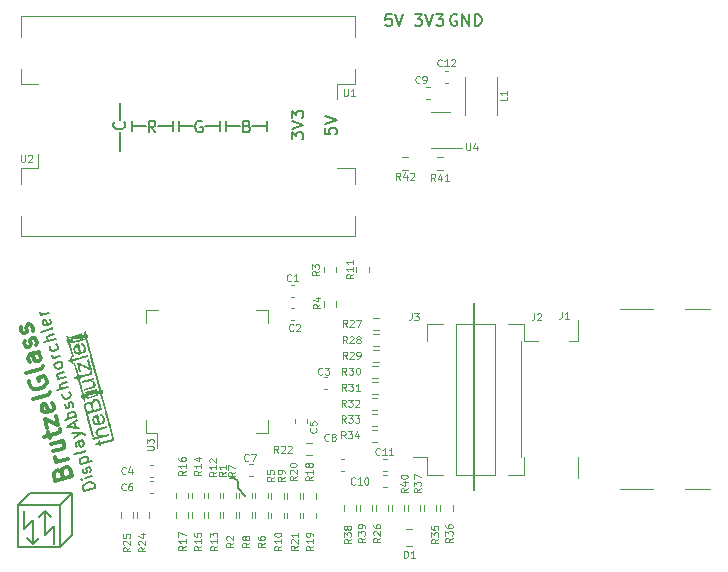
<source format=gbr>
%TF.GenerationSoftware,KiCad,Pcbnew,(6.0.7)*%
%TF.CreationDate,2022-11-13T02:02:31+01:00*%
%TF.ProjectId,TTL_to_HDMI,54544c5f-746f-45f4-9844-4d492e6b6963,rev?*%
%TF.SameCoordinates,Original*%
%TF.FileFunction,Legend,Top*%
%TF.FilePolarity,Positive*%
%FSLAX46Y46*%
G04 Gerber Fmt 4.6, Leading zero omitted, Abs format (unit mm)*
G04 Created by KiCad (PCBNEW (6.0.7)) date 2022-11-13 02:02:31*
%MOMM*%
%LPD*%
G01*
G04 APERTURE LIST*
%ADD10C,0.150000*%
%ADD11C,0.100000*%
%ADD12C,0.300000*%
%ADD13C,0.120000*%
G04 APERTURE END LIST*
D10*
X94500000Y-82000000D02*
X94500000Y-82400000D01*
X96000000Y-112700000D02*
X96000000Y-112100000D01*
X90500000Y-82000000D02*
X90500000Y-81600000D01*
X86000000Y-82500000D02*
X86000000Y-84100000D01*
X98500000Y-82000000D02*
X98500000Y-81600000D01*
X93200000Y-82000000D02*
X94500000Y-82000000D01*
X94500000Y-82000000D02*
X94500000Y-81600000D01*
X87000000Y-81600000D02*
X87000000Y-82400000D01*
X116000000Y-97000000D02*
X116000000Y-112800000D01*
X96000000Y-112100000D02*
X95700000Y-111800000D01*
X89200000Y-82000000D02*
X90500000Y-82000000D01*
X86000000Y-80100000D02*
X86000000Y-81500000D01*
X95000000Y-82400000D02*
X95000000Y-82000000D01*
X91000000Y-82400000D02*
X91000000Y-82000000D01*
X97200000Y-82000000D02*
X98500000Y-82000000D01*
D11*
X120000000Y-100200000D02*
X120000000Y-110000000D01*
D10*
X90500000Y-82000000D02*
X90500000Y-82400000D01*
X88200000Y-82000000D02*
X87000000Y-82000000D01*
X96200000Y-82000000D02*
X95000000Y-82000000D01*
X95000000Y-81600000D02*
X95000000Y-82400000D01*
X87000000Y-82400000D02*
X87000000Y-82000000D01*
X98500000Y-82000000D02*
X98500000Y-82400000D01*
X95300000Y-111800000D02*
X95700000Y-111800000D01*
X96600000Y-113300000D02*
X96000000Y-112700000D01*
X92200000Y-82000000D02*
X91000000Y-82000000D01*
X91000000Y-81600000D02*
X91000000Y-82400000D01*
X86357142Y-81690476D02*
X86404761Y-81738095D01*
X86452380Y-81880952D01*
X86452380Y-81976190D01*
X86404761Y-82119047D01*
X86309523Y-82214285D01*
X86214285Y-82261904D01*
X86023809Y-82309523D01*
X85880952Y-82309523D01*
X85690476Y-82261904D01*
X85595238Y-82214285D01*
X85500000Y-82119047D01*
X85452380Y-81976190D01*
X85452380Y-81880952D01*
X85500000Y-81738095D01*
X85547619Y-81690476D01*
X103352380Y-82190476D02*
X103352380Y-82666666D01*
X103828571Y-82714285D01*
X103780952Y-82666666D01*
X103733333Y-82571428D01*
X103733333Y-82333333D01*
X103780952Y-82238095D01*
X103828571Y-82190476D01*
X103923809Y-82142857D01*
X104161904Y-82142857D01*
X104257142Y-82190476D01*
X104304761Y-82238095D01*
X104352380Y-82333333D01*
X104352380Y-82571428D01*
X104304761Y-82666666D01*
X104257142Y-82714285D01*
X103352380Y-81857142D02*
X104352380Y-81523809D01*
X103352380Y-81190476D01*
X96771428Y-82028571D02*
X96914285Y-82076190D01*
X96961904Y-82123809D01*
X97009523Y-82219047D01*
X97009523Y-82361904D01*
X96961904Y-82457142D01*
X96914285Y-82504761D01*
X96819047Y-82552380D01*
X96438095Y-82552380D01*
X96438095Y-81552380D01*
X96771428Y-81552380D01*
X96866666Y-81600000D01*
X96914285Y-81647619D01*
X96961904Y-81742857D01*
X96961904Y-81838095D01*
X96914285Y-81933333D01*
X96866666Y-81980952D01*
X96771428Y-82028571D01*
X96438095Y-82028571D01*
X114538095Y-72600000D02*
X114442857Y-72552380D01*
X114300000Y-72552380D01*
X114157142Y-72600000D01*
X114061904Y-72695238D01*
X114014285Y-72790476D01*
X113966666Y-72980952D01*
X113966666Y-73123809D01*
X114014285Y-73314285D01*
X114061904Y-73409523D01*
X114157142Y-73504761D01*
X114300000Y-73552380D01*
X114395238Y-73552380D01*
X114538095Y-73504761D01*
X114585714Y-73457142D01*
X114585714Y-73123809D01*
X114395238Y-73123809D01*
X115014285Y-73552380D02*
X115014285Y-72552380D01*
X115585714Y-73552380D01*
X115585714Y-72552380D01*
X116061904Y-73552380D02*
X116061904Y-72552380D01*
X116300000Y-72552380D01*
X116442857Y-72600000D01*
X116538095Y-72695238D01*
X116585714Y-72790476D01*
X116633333Y-72980952D01*
X116633333Y-73123809D01*
X116585714Y-73314285D01*
X116538095Y-73409523D01*
X116442857Y-73504761D01*
X116300000Y-73552380D01*
X116061904Y-73552380D01*
X89009523Y-82552380D02*
X88676190Y-82076190D01*
X88438095Y-82552380D02*
X88438095Y-81552380D01*
X88819047Y-81552380D01*
X88914285Y-81600000D01*
X88961904Y-81647619D01*
X89009523Y-81742857D01*
X89009523Y-81885714D01*
X88961904Y-81980952D01*
X88914285Y-82028571D01*
X88819047Y-82076190D01*
X88438095Y-82076190D01*
D12*
X81086396Y-111361274D02*
X81099929Y-111135803D01*
X81150437Y-111048322D01*
X81269939Y-110942353D01*
X81476923Y-110886891D01*
X81633400Y-110918912D01*
X81720882Y-110969420D01*
X81826851Y-111088922D01*
X81974747Y-111640880D01*
X80525858Y-112029108D01*
X80396449Y-111546145D01*
X80428469Y-111389669D01*
X80478977Y-111302187D01*
X80598479Y-111196218D01*
X80736469Y-111159244D01*
X80892945Y-111191265D01*
X80980427Y-111241772D01*
X81086396Y-111361274D01*
X81215805Y-111844237D01*
X81586519Y-110191991D02*
X80620593Y-110450810D01*
X80896572Y-110376862D02*
X80740095Y-110344841D01*
X80652613Y-110294333D01*
X80546644Y-110174831D01*
X80509670Y-110036842D01*
X80213877Y-108932926D02*
X81179803Y-108674107D01*
X80380261Y-109553879D02*
X81139202Y-109350521D01*
X81258705Y-109244552D01*
X81290725Y-109088076D01*
X81235264Y-108881091D01*
X81129295Y-108761589D01*
X81041813Y-108711082D01*
X80084468Y-108449964D02*
X79936571Y-107898006D01*
X79546043Y-108372389D02*
X80787948Y-108039622D01*
X80907450Y-107933653D01*
X80939471Y-107777176D01*
X80902497Y-107639187D01*
X79844136Y-107553032D02*
X79640778Y-106794091D01*
X80810061Y-107294213D01*
X80606704Y-106535272D01*
X80241916Y-105449843D02*
X80347885Y-105569346D01*
X80421833Y-105845325D01*
X80389812Y-106001801D01*
X80270310Y-106107770D01*
X79718352Y-106255667D01*
X79561876Y-106223646D01*
X79455907Y-106104144D01*
X79381959Y-105828165D01*
X79413979Y-105671688D01*
X79533482Y-105565720D01*
X79671471Y-105528745D01*
X79994331Y-106181718D01*
X80070578Y-104534425D02*
X80038558Y-104690902D01*
X79919056Y-104796871D01*
X78677151Y-105129638D01*
X78339430Y-103593267D02*
X78307409Y-103749744D01*
X78362871Y-103956728D01*
X78487327Y-104145225D01*
X78662290Y-104246240D01*
X78818767Y-104278261D01*
X79113232Y-104273307D01*
X79320217Y-104217846D01*
X79577708Y-104074903D01*
X79697211Y-103968934D01*
X79798226Y-103793971D01*
X79811759Y-103568499D01*
X79774785Y-103430510D01*
X79650329Y-103242013D01*
X79562848Y-103191505D01*
X79079885Y-103320915D01*
X79153833Y-103596894D01*
X79478992Y-102326595D02*
X79446971Y-102483071D01*
X79327469Y-102589040D01*
X78085565Y-102921807D01*
X79164712Y-101153685D02*
X78405770Y-101357043D01*
X78286268Y-101463012D01*
X78254247Y-101619488D01*
X78328195Y-101895467D01*
X78434164Y-102014969D01*
X79095717Y-101172172D02*
X79201686Y-101291674D01*
X79294121Y-101636648D01*
X79262101Y-101793124D01*
X79142598Y-101899093D01*
X79004609Y-101936067D01*
X78848133Y-101904047D01*
X78742164Y-101784544D01*
X78649728Y-101439571D01*
X78543759Y-101320069D01*
X78929333Y-100551220D02*
X78961354Y-100394743D01*
X78887406Y-100118764D01*
X78781437Y-99999262D01*
X78624960Y-99967241D01*
X78555966Y-99985729D01*
X78436463Y-100091697D01*
X78404443Y-100248174D01*
X78459904Y-100455158D01*
X78427883Y-100611634D01*
X78308381Y-100717603D01*
X78239386Y-100736090D01*
X78082910Y-100704070D01*
X77976941Y-100584568D01*
X77921480Y-100377583D01*
X77953500Y-100221107D01*
X78615053Y-99378310D02*
X78647074Y-99221833D01*
X78573125Y-98945854D01*
X78467157Y-98826352D01*
X78310680Y-98794332D01*
X78241685Y-98812819D01*
X78122183Y-98918787D01*
X78090162Y-99075264D01*
X78145624Y-99282248D01*
X78113603Y-99438725D01*
X77994101Y-99544693D01*
X77925106Y-99563180D01*
X77768630Y-99531160D01*
X77662661Y-99411658D01*
X77607200Y-99204673D01*
X77639220Y-99048197D01*
D10*
X109009523Y-72552380D02*
X108533333Y-72552380D01*
X108485714Y-73028571D01*
X108533333Y-72980952D01*
X108628571Y-72933333D01*
X108866666Y-72933333D01*
X108961904Y-72980952D01*
X109009523Y-73028571D01*
X109057142Y-73123809D01*
X109057142Y-73361904D01*
X109009523Y-73457142D01*
X108961904Y-73504761D01*
X108866666Y-73552380D01*
X108628571Y-73552380D01*
X108533333Y-73504761D01*
X108485714Y-73457142D01*
X109342857Y-72552380D02*
X109676190Y-73552380D01*
X110009523Y-72552380D01*
X100552380Y-83138095D02*
X100552380Y-82519047D01*
X100933333Y-82852380D01*
X100933333Y-82709523D01*
X100980952Y-82614285D01*
X101028571Y-82566666D01*
X101123809Y-82519047D01*
X101361904Y-82519047D01*
X101457142Y-82566666D01*
X101504761Y-82614285D01*
X101552380Y-82709523D01*
X101552380Y-82995238D01*
X101504761Y-83090476D01*
X101457142Y-83138095D01*
X100552380Y-82233333D02*
X101552380Y-81900000D01*
X100552380Y-81566666D01*
X100552380Y-81328571D02*
X100552380Y-80709523D01*
X100933333Y-81042857D01*
X100933333Y-80900000D01*
X100980952Y-80804761D01*
X101028571Y-80757142D01*
X101123809Y-80709523D01*
X101361904Y-80709523D01*
X101457142Y-80757142D01*
X101504761Y-80804761D01*
X101552380Y-80900000D01*
X101552380Y-81185714D01*
X101504761Y-81280952D01*
X101457142Y-81328571D01*
X92961904Y-81600000D02*
X92866666Y-81552380D01*
X92723809Y-81552380D01*
X92580952Y-81600000D01*
X92485714Y-81695238D01*
X92438095Y-81790476D01*
X92390476Y-81980952D01*
X92390476Y-82123809D01*
X92438095Y-82314285D01*
X92485714Y-82409523D01*
X92580952Y-82504761D01*
X92723809Y-82552380D01*
X92819047Y-82552380D01*
X92961904Y-82504761D01*
X93009523Y-82457142D01*
X93009523Y-82123809D01*
X92819047Y-82123809D01*
X83933570Y-112634342D02*
X82967644Y-112893162D01*
X82906021Y-112663179D01*
X82915043Y-112512865D01*
X82982386Y-112396223D01*
X83062055Y-112325577D01*
X83233716Y-112230281D01*
X83371705Y-112193307D01*
X83568016Y-112190005D01*
X83672333Y-112211352D01*
X83788976Y-112278695D01*
X83871946Y-112404360D01*
X83933570Y-112634342D01*
X83674751Y-111668417D02*
X83030800Y-111840963D01*
X82708825Y-111927236D02*
X82767146Y-111960907D01*
X82800818Y-111902586D01*
X82742497Y-111868915D01*
X82708825Y-111927236D01*
X82800818Y-111902586D01*
X83517832Y-111266773D02*
X83539179Y-111162456D01*
X83489880Y-110978470D01*
X83419234Y-110898801D01*
X83314917Y-110877454D01*
X83268920Y-110889779D01*
X83189252Y-110960425D01*
X83167905Y-111064743D01*
X83204879Y-111202732D01*
X83183532Y-111307050D01*
X83103864Y-111377696D01*
X83057867Y-111390020D01*
X82953550Y-111368673D01*
X82882904Y-111289005D01*
X82845930Y-111151016D01*
X82867277Y-111046698D01*
X82698033Y-110599058D02*
X83663959Y-110340239D01*
X82744030Y-110586733D02*
X82673384Y-110507065D01*
X82624085Y-110323079D01*
X82645432Y-110218762D01*
X82679104Y-110160440D01*
X82758772Y-110089795D01*
X83034751Y-110015846D01*
X83139068Y-110037193D01*
X83197389Y-110070865D01*
X83268035Y-110150533D01*
X83317334Y-110334519D01*
X83295987Y-110438837D01*
X83070840Y-109414590D02*
X83049493Y-109518907D01*
X82969825Y-109589553D01*
X82141888Y-109811398D01*
X82861320Y-108632650D02*
X82355359Y-108768222D01*
X82275690Y-108838868D01*
X82254343Y-108943185D01*
X82303642Y-109127171D01*
X82374288Y-109206839D01*
X82815323Y-108644975D02*
X82885969Y-108724643D01*
X82947593Y-108954625D01*
X82926246Y-109058943D01*
X82846577Y-109129589D01*
X82754585Y-109154238D01*
X82650267Y-109132891D01*
X82579621Y-109053223D01*
X82517997Y-108823240D01*
X82447351Y-108743572D01*
X82118771Y-108437224D02*
X82701098Y-108034696D01*
X81995524Y-107977259D02*
X82701098Y-108034696D01*
X82955730Y-108065065D01*
X83014051Y-108098737D01*
X83084697Y-108178405D01*
X82277223Y-107556686D02*
X82153976Y-107096722D01*
X82577851Y-107574731D02*
X81525652Y-107511575D01*
X82405305Y-106930780D01*
X82319032Y-106608805D02*
X81353106Y-106867624D01*
X81721078Y-106769027D02*
X81650432Y-106689358D01*
X81601133Y-106505372D01*
X81622480Y-106401055D01*
X81656152Y-106342734D01*
X81735820Y-106272088D01*
X82011799Y-106198139D01*
X82116117Y-106219486D01*
X82174438Y-106253158D01*
X82245084Y-106332826D01*
X82294383Y-106516812D01*
X82273036Y-106621130D01*
X82051191Y-105793193D02*
X82072538Y-105688876D01*
X82023239Y-105504890D01*
X81952593Y-105425222D01*
X81848275Y-105403875D01*
X81802279Y-105416199D01*
X81722611Y-105486845D01*
X81701264Y-105591163D01*
X81738238Y-105729152D01*
X81716891Y-105833470D01*
X81637223Y-105904116D01*
X81591226Y-105916441D01*
X81486908Y-105895094D01*
X81416263Y-105815425D01*
X81379288Y-105677436D01*
X81400635Y-105573118D01*
X81718423Y-104551289D02*
X81789069Y-104630957D01*
X81838368Y-104814943D01*
X81817021Y-104919261D01*
X81783349Y-104977582D01*
X81703681Y-105048228D01*
X81427702Y-105122176D01*
X81323385Y-105100829D01*
X81265064Y-105067157D01*
X81194418Y-104987489D01*
X81145119Y-104803503D01*
X81166466Y-104699185D01*
X81653497Y-104124996D02*
X80687572Y-104383815D01*
X81542575Y-103711028D02*
X81036614Y-103846600D01*
X80956946Y-103917246D01*
X80935599Y-104021563D01*
X80972573Y-104159553D01*
X81043219Y-104239221D01*
X81101540Y-104272893D01*
X80775377Y-103423609D02*
X81419328Y-103251063D01*
X80867370Y-103398960D02*
X80809049Y-103365288D01*
X80738403Y-103285620D01*
X80701429Y-103147630D01*
X80722776Y-103043313D01*
X80802444Y-102972667D01*
X81308405Y-102837095D01*
X81148184Y-102239141D02*
X81126837Y-102343458D01*
X81093165Y-102401780D01*
X81013497Y-102472425D01*
X80737518Y-102546374D01*
X80633201Y-102525027D01*
X80574879Y-102491355D01*
X80504234Y-102411687D01*
X80467259Y-102273697D01*
X80488606Y-102169380D01*
X80522278Y-102111059D01*
X80601946Y-102040413D01*
X80877925Y-101966464D01*
X80982243Y-101987811D01*
X81040564Y-102021483D01*
X81111210Y-102101151D01*
X81148184Y-102239141D01*
X80950989Y-101503197D02*
X80307038Y-101675743D01*
X80491024Y-101626444D02*
X80386706Y-101605097D01*
X80328385Y-101571426D01*
X80257739Y-101491757D01*
X80233090Y-101399764D01*
X80633848Y-100503600D02*
X80704494Y-100583268D01*
X80753793Y-100767254D01*
X80732446Y-100871571D01*
X80698774Y-100929893D01*
X80619106Y-101000539D01*
X80343127Y-101074487D01*
X80238810Y-101053140D01*
X80180489Y-101019468D01*
X80109843Y-100939800D01*
X80060544Y-100755814D01*
X80081891Y-100651496D01*
X80568922Y-100077307D02*
X79602997Y-100336126D01*
X80458000Y-99663339D02*
X79952039Y-99798910D01*
X79872371Y-99869556D01*
X79851024Y-99973874D01*
X79887998Y-100111863D01*
X79958644Y-100191532D01*
X80016965Y-100225203D01*
X80297779Y-99065384D02*
X80276432Y-99169702D01*
X80196763Y-99240348D01*
X79368827Y-99462193D01*
X80054587Y-98341766D02*
X80125233Y-98421434D01*
X80174531Y-98605420D01*
X80153184Y-98709737D01*
X80073516Y-98780383D01*
X79705544Y-98878981D01*
X79601227Y-98857634D01*
X79530581Y-98777966D01*
X79481282Y-98593980D01*
X79502629Y-98489662D01*
X79582297Y-98419016D01*
X79674290Y-98394367D01*
X79889530Y-98829682D01*
X79977336Y-97869476D02*
X79333385Y-98042022D01*
X79517371Y-97992723D02*
X79413054Y-97971376D01*
X79354733Y-97937705D01*
X79284087Y-97858036D01*
X79259437Y-97766044D01*
X110961904Y-72552380D02*
X111580952Y-72552380D01*
X111247619Y-72933333D01*
X111390476Y-72933333D01*
X111485714Y-72980952D01*
X111533333Y-73028571D01*
X111580952Y-73123809D01*
X111580952Y-73361904D01*
X111533333Y-73457142D01*
X111485714Y-73504761D01*
X111390476Y-73552380D01*
X111104761Y-73552380D01*
X111009523Y-73504761D01*
X110961904Y-73457142D01*
X111866666Y-72552380D02*
X112200000Y-73552380D01*
X112533333Y-72552380D01*
X112771428Y-72552380D02*
X113390476Y-72552380D01*
X113057142Y-72933333D01*
X113200000Y-72933333D01*
X113295238Y-72980952D01*
X113342857Y-73028571D01*
X113390476Y-73123809D01*
X113390476Y-73361904D01*
X113342857Y-73457142D01*
X113295238Y-73504761D01*
X113200000Y-73552380D01*
X112914285Y-73552380D01*
X112819047Y-73504761D01*
X112771428Y-73457142D01*
D11*
%TO.C,C6*%
X86500000Y-112814285D02*
X86471428Y-112842857D01*
X86385714Y-112871428D01*
X86328571Y-112871428D01*
X86242857Y-112842857D01*
X86185714Y-112785714D01*
X86157142Y-112728571D01*
X86128571Y-112614285D01*
X86128571Y-112528571D01*
X86157142Y-112414285D01*
X86185714Y-112357142D01*
X86242857Y-112300000D01*
X86328571Y-112271428D01*
X86385714Y-112271428D01*
X86471428Y-112300000D01*
X86500000Y-112328571D01*
X87014285Y-112271428D02*
X86900000Y-112271428D01*
X86842857Y-112300000D01*
X86814285Y-112328571D01*
X86757142Y-112414285D01*
X86728571Y-112528571D01*
X86728571Y-112757142D01*
X86757142Y-112814285D01*
X86785714Y-112842857D01*
X86842857Y-112871428D01*
X86957142Y-112871428D01*
X87014285Y-112842857D01*
X87042857Y-112814285D01*
X87071428Y-112757142D01*
X87071428Y-112614285D01*
X87042857Y-112557142D01*
X87014285Y-112528571D01*
X86957142Y-112500000D01*
X86842857Y-112500000D01*
X86785714Y-112528571D01*
X86757142Y-112557142D01*
X86728571Y-112614285D01*
%TO.C,C11*%
X108014285Y-109814285D02*
X107985714Y-109842857D01*
X107900000Y-109871428D01*
X107842857Y-109871428D01*
X107757142Y-109842857D01*
X107700000Y-109785714D01*
X107671428Y-109728571D01*
X107642857Y-109614285D01*
X107642857Y-109528571D01*
X107671428Y-109414285D01*
X107700000Y-109357142D01*
X107757142Y-109300000D01*
X107842857Y-109271428D01*
X107900000Y-109271428D01*
X107985714Y-109300000D01*
X108014285Y-109328571D01*
X108585714Y-109871428D02*
X108242857Y-109871428D01*
X108414285Y-109871428D02*
X108414285Y-109271428D01*
X108357142Y-109357142D01*
X108300000Y-109414285D01*
X108242857Y-109442857D01*
X109157142Y-109871428D02*
X108814285Y-109871428D01*
X108985714Y-109871428D02*
X108985714Y-109271428D01*
X108928571Y-109357142D01*
X108871428Y-109414285D01*
X108814285Y-109442857D01*
%TO.C,R22*%
X99414285Y-109671428D02*
X99214285Y-109385714D01*
X99071428Y-109671428D02*
X99071428Y-109071428D01*
X99300000Y-109071428D01*
X99357142Y-109100000D01*
X99385714Y-109128571D01*
X99414285Y-109185714D01*
X99414285Y-109271428D01*
X99385714Y-109328571D01*
X99357142Y-109357142D01*
X99300000Y-109385714D01*
X99071428Y-109385714D01*
X99642857Y-109128571D02*
X99671428Y-109100000D01*
X99728571Y-109071428D01*
X99871428Y-109071428D01*
X99928571Y-109100000D01*
X99957142Y-109128571D01*
X99985714Y-109185714D01*
X99985714Y-109242857D01*
X99957142Y-109328571D01*
X99614285Y-109671428D01*
X99985714Y-109671428D01*
X100214285Y-109128571D02*
X100242857Y-109100000D01*
X100300000Y-109071428D01*
X100442857Y-109071428D01*
X100500000Y-109100000D01*
X100528571Y-109128571D01*
X100557142Y-109185714D01*
X100557142Y-109242857D01*
X100528571Y-109328571D01*
X100185714Y-109671428D01*
X100557142Y-109671428D01*
%TO.C,R2*%
X95621428Y-117300000D02*
X95335714Y-117500000D01*
X95621428Y-117642857D02*
X95021428Y-117642857D01*
X95021428Y-117414285D01*
X95050000Y-117357142D01*
X95078571Y-117328571D01*
X95135714Y-117300000D01*
X95221428Y-117300000D01*
X95278571Y-117328571D01*
X95307142Y-117357142D01*
X95335714Y-117414285D01*
X95335714Y-117642857D01*
X95078571Y-117071428D02*
X95050000Y-117042857D01*
X95021428Y-116985714D01*
X95021428Y-116842857D01*
X95050000Y-116785714D01*
X95078571Y-116757142D01*
X95135714Y-116728571D01*
X95192857Y-116728571D01*
X95278571Y-116757142D01*
X95621428Y-117100000D01*
X95621428Y-116728571D01*
%TO.C,R14*%
X92871428Y-111185714D02*
X92585714Y-111385714D01*
X92871428Y-111528571D02*
X92271428Y-111528571D01*
X92271428Y-111300000D01*
X92300000Y-111242857D01*
X92328571Y-111214285D01*
X92385714Y-111185714D01*
X92471428Y-111185714D01*
X92528571Y-111214285D01*
X92557142Y-111242857D01*
X92585714Y-111300000D01*
X92585714Y-111528571D01*
X92871428Y-110614285D02*
X92871428Y-110957142D01*
X92871428Y-110785714D02*
X92271428Y-110785714D01*
X92357142Y-110842857D01*
X92414285Y-110900000D01*
X92442857Y-110957142D01*
X92471428Y-110100000D02*
X92871428Y-110100000D01*
X92242857Y-110242857D02*
X92671428Y-110385714D01*
X92671428Y-110014285D01*
%TO.C,J3*%
X110700000Y-97871428D02*
X110700000Y-98300000D01*
X110671428Y-98385714D01*
X110614285Y-98442857D01*
X110528571Y-98471428D01*
X110471428Y-98471428D01*
X110928571Y-97871428D02*
X111300000Y-97871428D01*
X111100000Y-98100000D01*
X111185714Y-98100000D01*
X111242857Y-98128571D01*
X111271428Y-98157142D01*
X111300000Y-98214285D01*
X111300000Y-98357142D01*
X111271428Y-98414285D01*
X111242857Y-98442857D01*
X111185714Y-98471428D01*
X111014285Y-98471428D01*
X110957142Y-98442857D01*
X110928571Y-98414285D01*
%TO.C,R7*%
X95771428Y-111300000D02*
X95485714Y-111500000D01*
X95771428Y-111642857D02*
X95171428Y-111642857D01*
X95171428Y-111414285D01*
X95200000Y-111357142D01*
X95228571Y-111328571D01*
X95285714Y-111300000D01*
X95371428Y-111300000D01*
X95428571Y-111328571D01*
X95457142Y-111357142D01*
X95485714Y-111414285D01*
X95485714Y-111642857D01*
X95171428Y-111100000D02*
X95171428Y-110700000D01*
X95771428Y-110957142D01*
%TO.C,R42*%
X109764285Y-86571428D02*
X109564285Y-86285714D01*
X109421428Y-86571428D02*
X109421428Y-85971428D01*
X109650000Y-85971428D01*
X109707142Y-86000000D01*
X109735714Y-86028571D01*
X109764285Y-86085714D01*
X109764285Y-86171428D01*
X109735714Y-86228571D01*
X109707142Y-86257142D01*
X109650000Y-86285714D01*
X109421428Y-86285714D01*
X110278571Y-86171428D02*
X110278571Y-86571428D01*
X110135714Y-85942857D02*
X109992857Y-86371428D01*
X110364285Y-86371428D01*
X110564285Y-86028571D02*
X110592857Y-86000000D01*
X110650000Y-85971428D01*
X110792857Y-85971428D01*
X110850000Y-86000000D01*
X110878571Y-86028571D01*
X110907142Y-86085714D01*
X110907142Y-86142857D01*
X110878571Y-86228571D01*
X110535714Y-86571428D01*
X110907142Y-86571428D01*
%TO.C,R36*%
X114171428Y-116885714D02*
X113885714Y-117085714D01*
X114171428Y-117228571D02*
X113571428Y-117228571D01*
X113571428Y-117000000D01*
X113600000Y-116942857D01*
X113628571Y-116914285D01*
X113685714Y-116885714D01*
X113771428Y-116885714D01*
X113828571Y-116914285D01*
X113857142Y-116942857D01*
X113885714Y-117000000D01*
X113885714Y-117228571D01*
X113571428Y-116685714D02*
X113571428Y-116314285D01*
X113800000Y-116514285D01*
X113800000Y-116428571D01*
X113828571Y-116371428D01*
X113857142Y-116342857D01*
X113914285Y-116314285D01*
X114057142Y-116314285D01*
X114114285Y-116342857D01*
X114142857Y-116371428D01*
X114171428Y-116428571D01*
X114171428Y-116600000D01*
X114142857Y-116657142D01*
X114114285Y-116685714D01*
X113571428Y-115800000D02*
X113571428Y-115914285D01*
X113600000Y-115971428D01*
X113628571Y-116000000D01*
X113714285Y-116057142D01*
X113828571Y-116085714D01*
X114057142Y-116085714D01*
X114114285Y-116057142D01*
X114142857Y-116028571D01*
X114171428Y-115971428D01*
X114171428Y-115857142D01*
X114142857Y-115800000D01*
X114114285Y-115771428D01*
X114057142Y-115742857D01*
X113914285Y-115742857D01*
X113857142Y-115771428D01*
X113828571Y-115800000D01*
X113800000Y-115857142D01*
X113800000Y-115971428D01*
X113828571Y-116028571D01*
X113857142Y-116057142D01*
X113914285Y-116085714D01*
%TO.C,R30*%
X105189285Y-103071428D02*
X104989285Y-102785714D01*
X104846428Y-103071428D02*
X104846428Y-102471428D01*
X105075000Y-102471428D01*
X105132142Y-102500000D01*
X105160714Y-102528571D01*
X105189285Y-102585714D01*
X105189285Y-102671428D01*
X105160714Y-102728571D01*
X105132142Y-102757142D01*
X105075000Y-102785714D01*
X104846428Y-102785714D01*
X105389285Y-102471428D02*
X105760714Y-102471428D01*
X105560714Y-102700000D01*
X105646428Y-102700000D01*
X105703571Y-102728571D01*
X105732142Y-102757142D01*
X105760714Y-102814285D01*
X105760714Y-102957142D01*
X105732142Y-103014285D01*
X105703571Y-103042857D01*
X105646428Y-103071428D01*
X105475000Y-103071428D01*
X105417857Y-103042857D01*
X105389285Y-103014285D01*
X106132142Y-102471428D02*
X106189285Y-102471428D01*
X106246428Y-102500000D01*
X106275000Y-102528571D01*
X106303571Y-102585714D01*
X106332142Y-102700000D01*
X106332142Y-102842857D01*
X106303571Y-102957142D01*
X106275000Y-103014285D01*
X106246428Y-103042857D01*
X106189285Y-103071428D01*
X106132142Y-103071428D01*
X106075000Y-103042857D01*
X106046428Y-103014285D01*
X106017857Y-102957142D01*
X105989285Y-102842857D01*
X105989285Y-102700000D01*
X106017857Y-102585714D01*
X106046428Y-102528571D01*
X106075000Y-102500000D01*
X106132142Y-102471428D01*
%TO.C,R6*%
X98271428Y-117300000D02*
X97985714Y-117500000D01*
X98271428Y-117642857D02*
X97671428Y-117642857D01*
X97671428Y-117414285D01*
X97700000Y-117357142D01*
X97728571Y-117328571D01*
X97785714Y-117300000D01*
X97871428Y-117300000D01*
X97928571Y-117328571D01*
X97957142Y-117357142D01*
X97985714Y-117414285D01*
X97985714Y-117642857D01*
X97671428Y-116785714D02*
X97671428Y-116900000D01*
X97700000Y-116957142D01*
X97728571Y-116985714D01*
X97814285Y-117042857D01*
X97928571Y-117071428D01*
X98157142Y-117071428D01*
X98214285Y-117042857D01*
X98242857Y-117014285D01*
X98271428Y-116957142D01*
X98271428Y-116842857D01*
X98242857Y-116785714D01*
X98214285Y-116757142D01*
X98157142Y-116728571D01*
X98014285Y-116728571D01*
X97957142Y-116757142D01*
X97928571Y-116785714D01*
X97900000Y-116842857D01*
X97900000Y-116957142D01*
X97928571Y-117014285D01*
X97957142Y-117042857D01*
X98014285Y-117071428D01*
%TO.C,R4*%
X102971428Y-97100000D02*
X102685714Y-97300000D01*
X102971428Y-97442857D02*
X102371428Y-97442857D01*
X102371428Y-97214285D01*
X102400000Y-97157142D01*
X102428571Y-97128571D01*
X102485714Y-97100000D01*
X102571428Y-97100000D01*
X102628571Y-97128571D01*
X102657142Y-97157142D01*
X102685714Y-97214285D01*
X102685714Y-97442857D01*
X102571428Y-96585714D02*
X102971428Y-96585714D01*
X102342857Y-96728571D02*
X102771428Y-96871428D01*
X102771428Y-96500000D01*
%TO.C,C9*%
X111400000Y-78314285D02*
X111371428Y-78342857D01*
X111285714Y-78371428D01*
X111228571Y-78371428D01*
X111142857Y-78342857D01*
X111085714Y-78285714D01*
X111057142Y-78228571D01*
X111028571Y-78114285D01*
X111028571Y-78028571D01*
X111057142Y-77914285D01*
X111085714Y-77857142D01*
X111142857Y-77800000D01*
X111228571Y-77771428D01*
X111285714Y-77771428D01*
X111371428Y-77800000D01*
X111400000Y-77828571D01*
X111685714Y-78371428D02*
X111800000Y-78371428D01*
X111857142Y-78342857D01*
X111885714Y-78314285D01*
X111942857Y-78228571D01*
X111971428Y-78114285D01*
X111971428Y-77885714D01*
X111942857Y-77828571D01*
X111914285Y-77800000D01*
X111857142Y-77771428D01*
X111742857Y-77771428D01*
X111685714Y-77800000D01*
X111657142Y-77828571D01*
X111628571Y-77885714D01*
X111628571Y-78028571D01*
X111657142Y-78085714D01*
X111685714Y-78114285D01*
X111742857Y-78142857D01*
X111857142Y-78142857D01*
X111914285Y-78114285D01*
X111942857Y-78085714D01*
X111971428Y-78028571D01*
%TO.C,R26*%
X108071428Y-116885714D02*
X107785714Y-117085714D01*
X108071428Y-117228571D02*
X107471428Y-117228571D01*
X107471428Y-117000000D01*
X107500000Y-116942857D01*
X107528571Y-116914285D01*
X107585714Y-116885714D01*
X107671428Y-116885714D01*
X107728571Y-116914285D01*
X107757142Y-116942857D01*
X107785714Y-117000000D01*
X107785714Y-117228571D01*
X107528571Y-116657142D02*
X107500000Y-116628571D01*
X107471428Y-116571428D01*
X107471428Y-116428571D01*
X107500000Y-116371428D01*
X107528571Y-116342857D01*
X107585714Y-116314285D01*
X107642857Y-116314285D01*
X107728571Y-116342857D01*
X108071428Y-116685714D01*
X108071428Y-116314285D01*
X107471428Y-115800000D02*
X107471428Y-115914285D01*
X107500000Y-115971428D01*
X107528571Y-116000000D01*
X107614285Y-116057142D01*
X107728571Y-116085714D01*
X107957142Y-116085714D01*
X108014285Y-116057142D01*
X108042857Y-116028571D01*
X108071428Y-115971428D01*
X108071428Y-115857142D01*
X108042857Y-115800000D01*
X108014285Y-115771428D01*
X107957142Y-115742857D01*
X107814285Y-115742857D01*
X107757142Y-115771428D01*
X107728571Y-115800000D01*
X107700000Y-115857142D01*
X107700000Y-115971428D01*
X107728571Y-116028571D01*
X107757142Y-116057142D01*
X107814285Y-116085714D01*
%TO.C,C4*%
X86500000Y-111414285D02*
X86471428Y-111442857D01*
X86385714Y-111471428D01*
X86328571Y-111471428D01*
X86242857Y-111442857D01*
X86185714Y-111385714D01*
X86157142Y-111328571D01*
X86128571Y-111214285D01*
X86128571Y-111128571D01*
X86157142Y-111014285D01*
X86185714Y-110957142D01*
X86242857Y-110900000D01*
X86328571Y-110871428D01*
X86385714Y-110871428D01*
X86471428Y-110900000D01*
X86500000Y-110928571D01*
X87014285Y-111071428D02*
X87014285Y-111471428D01*
X86871428Y-110842857D02*
X86728571Y-111271428D01*
X87100000Y-111271428D01*
%TO.C,U2*%
X77642857Y-84471428D02*
X77642857Y-84957142D01*
X77671428Y-85014285D01*
X77700000Y-85042857D01*
X77757142Y-85071428D01*
X77871428Y-85071428D01*
X77928571Y-85042857D01*
X77957142Y-85014285D01*
X77985714Y-84957142D01*
X77985714Y-84471428D01*
X78242857Y-84528571D02*
X78271428Y-84500000D01*
X78328571Y-84471428D01*
X78471428Y-84471428D01*
X78528571Y-84500000D01*
X78557142Y-84528571D01*
X78585714Y-84585714D01*
X78585714Y-84642857D01*
X78557142Y-84728571D01*
X78214285Y-85071428D01*
X78585714Y-85071428D01*
%TO.C,R11*%
X105771428Y-94535714D02*
X105485714Y-94735714D01*
X105771428Y-94878571D02*
X105171428Y-94878571D01*
X105171428Y-94650000D01*
X105200000Y-94592857D01*
X105228571Y-94564285D01*
X105285714Y-94535714D01*
X105371428Y-94535714D01*
X105428571Y-94564285D01*
X105457142Y-94592857D01*
X105485714Y-94650000D01*
X105485714Y-94878571D01*
X105771428Y-93964285D02*
X105771428Y-94307142D01*
X105771428Y-94135714D02*
X105171428Y-94135714D01*
X105257142Y-94192857D01*
X105314285Y-94250000D01*
X105342857Y-94307142D01*
X105771428Y-93392857D02*
X105771428Y-93735714D01*
X105771428Y-93564285D02*
X105171428Y-93564285D01*
X105257142Y-93621428D01*
X105314285Y-93678571D01*
X105342857Y-93735714D01*
%TO.C,R31*%
X105164285Y-104421428D02*
X104964285Y-104135714D01*
X104821428Y-104421428D02*
X104821428Y-103821428D01*
X105050000Y-103821428D01*
X105107142Y-103850000D01*
X105135714Y-103878571D01*
X105164285Y-103935714D01*
X105164285Y-104021428D01*
X105135714Y-104078571D01*
X105107142Y-104107142D01*
X105050000Y-104135714D01*
X104821428Y-104135714D01*
X105364285Y-103821428D02*
X105735714Y-103821428D01*
X105535714Y-104050000D01*
X105621428Y-104050000D01*
X105678571Y-104078571D01*
X105707142Y-104107142D01*
X105735714Y-104164285D01*
X105735714Y-104307142D01*
X105707142Y-104364285D01*
X105678571Y-104392857D01*
X105621428Y-104421428D01*
X105450000Y-104421428D01*
X105392857Y-104392857D01*
X105364285Y-104364285D01*
X106307142Y-104421428D02*
X105964285Y-104421428D01*
X106135714Y-104421428D02*
X106135714Y-103821428D01*
X106078571Y-103907142D01*
X106021428Y-103964285D01*
X105964285Y-103992857D01*
%TO.C,R16*%
X91571428Y-111185714D02*
X91285714Y-111385714D01*
X91571428Y-111528571D02*
X90971428Y-111528571D01*
X90971428Y-111300000D01*
X91000000Y-111242857D01*
X91028571Y-111214285D01*
X91085714Y-111185714D01*
X91171428Y-111185714D01*
X91228571Y-111214285D01*
X91257142Y-111242857D01*
X91285714Y-111300000D01*
X91285714Y-111528571D01*
X91571428Y-110614285D02*
X91571428Y-110957142D01*
X91571428Y-110785714D02*
X90971428Y-110785714D01*
X91057142Y-110842857D01*
X91114285Y-110900000D01*
X91142857Y-110957142D01*
X90971428Y-110100000D02*
X90971428Y-110214285D01*
X91000000Y-110271428D01*
X91028571Y-110300000D01*
X91114285Y-110357142D01*
X91228571Y-110385714D01*
X91457142Y-110385714D01*
X91514285Y-110357142D01*
X91542857Y-110328571D01*
X91571428Y-110271428D01*
X91571428Y-110157142D01*
X91542857Y-110100000D01*
X91514285Y-110071428D01*
X91457142Y-110042857D01*
X91314285Y-110042857D01*
X91257142Y-110071428D01*
X91228571Y-110100000D01*
X91200000Y-110157142D01*
X91200000Y-110271428D01*
X91228571Y-110328571D01*
X91257142Y-110357142D01*
X91314285Y-110385714D01*
%TO.C,R25*%
X86871428Y-117685714D02*
X86585714Y-117885714D01*
X86871428Y-118028571D02*
X86271428Y-118028571D01*
X86271428Y-117800000D01*
X86300000Y-117742857D01*
X86328571Y-117714285D01*
X86385714Y-117685714D01*
X86471428Y-117685714D01*
X86528571Y-117714285D01*
X86557142Y-117742857D01*
X86585714Y-117800000D01*
X86585714Y-118028571D01*
X86328571Y-117457142D02*
X86300000Y-117428571D01*
X86271428Y-117371428D01*
X86271428Y-117228571D01*
X86300000Y-117171428D01*
X86328571Y-117142857D01*
X86385714Y-117114285D01*
X86442857Y-117114285D01*
X86528571Y-117142857D01*
X86871428Y-117485714D01*
X86871428Y-117114285D01*
X86271428Y-116571428D02*
X86271428Y-116857142D01*
X86557142Y-116885714D01*
X86528571Y-116857142D01*
X86500000Y-116800000D01*
X86500000Y-116657142D01*
X86528571Y-116600000D01*
X86557142Y-116571428D01*
X86614285Y-116542857D01*
X86757142Y-116542857D01*
X86814285Y-116571428D01*
X86842857Y-116600000D01*
X86871428Y-116657142D01*
X86871428Y-116800000D01*
X86842857Y-116857142D01*
X86814285Y-116885714D01*
%TO.C,R40*%
X110371428Y-112685714D02*
X110085714Y-112885714D01*
X110371428Y-113028571D02*
X109771428Y-113028571D01*
X109771428Y-112800000D01*
X109800000Y-112742857D01*
X109828571Y-112714285D01*
X109885714Y-112685714D01*
X109971428Y-112685714D01*
X110028571Y-112714285D01*
X110057142Y-112742857D01*
X110085714Y-112800000D01*
X110085714Y-113028571D01*
X109971428Y-112171428D02*
X110371428Y-112171428D01*
X109742857Y-112314285D02*
X110171428Y-112457142D01*
X110171428Y-112085714D01*
X109771428Y-111742857D02*
X109771428Y-111685714D01*
X109800000Y-111628571D01*
X109828571Y-111600000D01*
X109885714Y-111571428D01*
X110000000Y-111542857D01*
X110142857Y-111542857D01*
X110257142Y-111571428D01*
X110314285Y-111600000D01*
X110342857Y-111628571D01*
X110371428Y-111685714D01*
X110371428Y-111742857D01*
X110342857Y-111800000D01*
X110314285Y-111828571D01*
X110257142Y-111857142D01*
X110142857Y-111885714D01*
X110000000Y-111885714D01*
X109885714Y-111857142D01*
X109828571Y-111828571D01*
X109800000Y-111800000D01*
X109771428Y-111742857D01*
%TO.C,C10*%
X105914285Y-112314285D02*
X105885714Y-112342857D01*
X105800000Y-112371428D01*
X105742857Y-112371428D01*
X105657142Y-112342857D01*
X105600000Y-112285714D01*
X105571428Y-112228571D01*
X105542857Y-112114285D01*
X105542857Y-112028571D01*
X105571428Y-111914285D01*
X105600000Y-111857142D01*
X105657142Y-111800000D01*
X105742857Y-111771428D01*
X105800000Y-111771428D01*
X105885714Y-111800000D01*
X105914285Y-111828571D01*
X106485714Y-112371428D02*
X106142857Y-112371428D01*
X106314285Y-112371428D02*
X106314285Y-111771428D01*
X106257142Y-111857142D01*
X106200000Y-111914285D01*
X106142857Y-111942857D01*
X106857142Y-111771428D02*
X106914285Y-111771428D01*
X106971428Y-111800000D01*
X107000000Y-111828571D01*
X107028571Y-111885714D01*
X107057142Y-112000000D01*
X107057142Y-112142857D01*
X107028571Y-112257142D01*
X107000000Y-112314285D01*
X106971428Y-112342857D01*
X106914285Y-112371428D01*
X106857142Y-112371428D01*
X106800000Y-112342857D01*
X106771428Y-112314285D01*
X106742857Y-112257142D01*
X106714285Y-112142857D01*
X106714285Y-112000000D01*
X106742857Y-111885714D01*
X106771428Y-111828571D01*
X106800000Y-111800000D01*
X106857142Y-111771428D01*
%TO.C,R37*%
X111471428Y-112685714D02*
X111185714Y-112885714D01*
X111471428Y-113028571D02*
X110871428Y-113028571D01*
X110871428Y-112800000D01*
X110900000Y-112742857D01*
X110928571Y-112714285D01*
X110985714Y-112685714D01*
X111071428Y-112685714D01*
X111128571Y-112714285D01*
X111157142Y-112742857D01*
X111185714Y-112800000D01*
X111185714Y-113028571D01*
X110871428Y-112485714D02*
X110871428Y-112114285D01*
X111100000Y-112314285D01*
X111100000Y-112228571D01*
X111128571Y-112171428D01*
X111157142Y-112142857D01*
X111214285Y-112114285D01*
X111357142Y-112114285D01*
X111414285Y-112142857D01*
X111442857Y-112171428D01*
X111471428Y-112228571D01*
X111471428Y-112400000D01*
X111442857Y-112457142D01*
X111414285Y-112485714D01*
X110871428Y-111914285D02*
X110871428Y-111514285D01*
X111471428Y-111771428D01*
%TO.C,R9*%
X99971428Y-111700000D02*
X99685714Y-111900000D01*
X99971428Y-112042857D02*
X99371428Y-112042857D01*
X99371428Y-111814285D01*
X99400000Y-111757142D01*
X99428571Y-111728571D01*
X99485714Y-111700000D01*
X99571428Y-111700000D01*
X99628571Y-111728571D01*
X99657142Y-111757142D01*
X99685714Y-111814285D01*
X99685714Y-112042857D01*
X99971428Y-111414285D02*
X99971428Y-111300000D01*
X99942857Y-111242857D01*
X99914285Y-111214285D01*
X99828571Y-111157142D01*
X99714285Y-111128571D01*
X99485714Y-111128571D01*
X99428571Y-111157142D01*
X99400000Y-111185714D01*
X99371428Y-111242857D01*
X99371428Y-111357142D01*
X99400000Y-111414285D01*
X99428571Y-111442857D01*
X99485714Y-111471428D01*
X99628571Y-111471428D01*
X99685714Y-111442857D01*
X99714285Y-111414285D01*
X99742857Y-111357142D01*
X99742857Y-111242857D01*
X99714285Y-111185714D01*
X99685714Y-111157142D01*
X99628571Y-111128571D01*
%TO.C,R32*%
X105139285Y-105771428D02*
X104939285Y-105485714D01*
X104796428Y-105771428D02*
X104796428Y-105171428D01*
X105025000Y-105171428D01*
X105082142Y-105200000D01*
X105110714Y-105228571D01*
X105139285Y-105285714D01*
X105139285Y-105371428D01*
X105110714Y-105428571D01*
X105082142Y-105457142D01*
X105025000Y-105485714D01*
X104796428Y-105485714D01*
X105339285Y-105171428D02*
X105710714Y-105171428D01*
X105510714Y-105400000D01*
X105596428Y-105400000D01*
X105653571Y-105428571D01*
X105682142Y-105457142D01*
X105710714Y-105514285D01*
X105710714Y-105657142D01*
X105682142Y-105714285D01*
X105653571Y-105742857D01*
X105596428Y-105771428D01*
X105425000Y-105771428D01*
X105367857Y-105742857D01*
X105339285Y-105714285D01*
X105939285Y-105228571D02*
X105967857Y-105200000D01*
X106025000Y-105171428D01*
X106167857Y-105171428D01*
X106225000Y-105200000D01*
X106253571Y-105228571D01*
X106282142Y-105285714D01*
X106282142Y-105342857D01*
X106253571Y-105428571D01*
X105910714Y-105771428D01*
X106282142Y-105771428D01*
%TO.C,R35*%
X112971428Y-116985714D02*
X112685714Y-117185714D01*
X112971428Y-117328571D02*
X112371428Y-117328571D01*
X112371428Y-117100000D01*
X112400000Y-117042857D01*
X112428571Y-117014285D01*
X112485714Y-116985714D01*
X112571428Y-116985714D01*
X112628571Y-117014285D01*
X112657142Y-117042857D01*
X112685714Y-117100000D01*
X112685714Y-117328571D01*
X112371428Y-116785714D02*
X112371428Y-116414285D01*
X112600000Y-116614285D01*
X112600000Y-116528571D01*
X112628571Y-116471428D01*
X112657142Y-116442857D01*
X112714285Y-116414285D01*
X112857142Y-116414285D01*
X112914285Y-116442857D01*
X112942857Y-116471428D01*
X112971428Y-116528571D01*
X112971428Y-116700000D01*
X112942857Y-116757142D01*
X112914285Y-116785714D01*
X112371428Y-115871428D02*
X112371428Y-116157142D01*
X112657142Y-116185714D01*
X112628571Y-116157142D01*
X112600000Y-116100000D01*
X112600000Y-115957142D01*
X112628571Y-115900000D01*
X112657142Y-115871428D01*
X112714285Y-115842857D01*
X112857142Y-115842857D01*
X112914285Y-115871428D01*
X112942857Y-115900000D01*
X112971428Y-115957142D01*
X112971428Y-116100000D01*
X112942857Y-116157142D01*
X112914285Y-116185714D01*
%TO.C,R38*%
X105571428Y-116985714D02*
X105285714Y-117185714D01*
X105571428Y-117328571D02*
X104971428Y-117328571D01*
X104971428Y-117100000D01*
X105000000Y-117042857D01*
X105028571Y-117014285D01*
X105085714Y-116985714D01*
X105171428Y-116985714D01*
X105228571Y-117014285D01*
X105257142Y-117042857D01*
X105285714Y-117100000D01*
X105285714Y-117328571D01*
X104971428Y-116785714D02*
X104971428Y-116414285D01*
X105200000Y-116614285D01*
X105200000Y-116528571D01*
X105228571Y-116471428D01*
X105257142Y-116442857D01*
X105314285Y-116414285D01*
X105457142Y-116414285D01*
X105514285Y-116442857D01*
X105542857Y-116471428D01*
X105571428Y-116528571D01*
X105571428Y-116700000D01*
X105542857Y-116757142D01*
X105514285Y-116785714D01*
X105228571Y-116071428D02*
X105200000Y-116128571D01*
X105171428Y-116157142D01*
X105114285Y-116185714D01*
X105085714Y-116185714D01*
X105028571Y-116157142D01*
X105000000Y-116128571D01*
X104971428Y-116071428D01*
X104971428Y-115957142D01*
X105000000Y-115900000D01*
X105028571Y-115871428D01*
X105085714Y-115842857D01*
X105114285Y-115842857D01*
X105171428Y-115871428D01*
X105200000Y-115900000D01*
X105228571Y-115957142D01*
X105228571Y-116071428D01*
X105257142Y-116128571D01*
X105285714Y-116157142D01*
X105342857Y-116185714D01*
X105457142Y-116185714D01*
X105514285Y-116157142D01*
X105542857Y-116128571D01*
X105571428Y-116071428D01*
X105571428Y-115957142D01*
X105542857Y-115900000D01*
X105514285Y-115871428D01*
X105457142Y-115842857D01*
X105342857Y-115842857D01*
X105285714Y-115871428D01*
X105257142Y-115900000D01*
X105228571Y-115957142D01*
%TO.C,U3*%
X88271428Y-109457142D02*
X88757142Y-109457142D01*
X88814285Y-109428571D01*
X88842857Y-109400000D01*
X88871428Y-109342857D01*
X88871428Y-109228571D01*
X88842857Y-109171428D01*
X88814285Y-109142857D01*
X88757142Y-109114285D01*
X88271428Y-109114285D01*
X88271428Y-108885714D02*
X88271428Y-108514285D01*
X88500000Y-108714285D01*
X88500000Y-108628571D01*
X88528571Y-108571428D01*
X88557142Y-108542857D01*
X88614285Y-108514285D01*
X88757142Y-108514285D01*
X88814285Y-108542857D01*
X88842857Y-108571428D01*
X88871428Y-108628571D01*
X88871428Y-108800000D01*
X88842857Y-108857142D01*
X88814285Y-108885714D01*
%TO.C,U1*%
X104942857Y-78871428D02*
X104942857Y-79357142D01*
X104971428Y-79414285D01*
X105000000Y-79442857D01*
X105057142Y-79471428D01*
X105171428Y-79471428D01*
X105228571Y-79442857D01*
X105257142Y-79414285D01*
X105285714Y-79357142D01*
X105285714Y-78871428D01*
X105885714Y-79471428D02*
X105542857Y-79471428D01*
X105714285Y-79471428D02*
X105714285Y-78871428D01*
X105657142Y-78957142D01*
X105600000Y-79014285D01*
X105542857Y-79042857D01*
%TO.C,R33*%
X105139285Y-107121428D02*
X104939285Y-106835714D01*
X104796428Y-107121428D02*
X104796428Y-106521428D01*
X105025000Y-106521428D01*
X105082142Y-106550000D01*
X105110714Y-106578571D01*
X105139285Y-106635714D01*
X105139285Y-106721428D01*
X105110714Y-106778571D01*
X105082142Y-106807142D01*
X105025000Y-106835714D01*
X104796428Y-106835714D01*
X105339285Y-106521428D02*
X105710714Y-106521428D01*
X105510714Y-106750000D01*
X105596428Y-106750000D01*
X105653571Y-106778571D01*
X105682142Y-106807142D01*
X105710714Y-106864285D01*
X105710714Y-107007142D01*
X105682142Y-107064285D01*
X105653571Y-107092857D01*
X105596428Y-107121428D01*
X105425000Y-107121428D01*
X105367857Y-107092857D01*
X105339285Y-107064285D01*
X105910714Y-106521428D02*
X106282142Y-106521428D01*
X106082142Y-106750000D01*
X106167857Y-106750000D01*
X106225000Y-106778571D01*
X106253571Y-106807142D01*
X106282142Y-106864285D01*
X106282142Y-107007142D01*
X106253571Y-107064285D01*
X106225000Y-107092857D01*
X106167857Y-107121428D01*
X105996428Y-107121428D01*
X105939285Y-107092857D01*
X105910714Y-107064285D01*
%TO.C,R21*%
X101071428Y-117585714D02*
X100785714Y-117785714D01*
X101071428Y-117928571D02*
X100471428Y-117928571D01*
X100471428Y-117700000D01*
X100500000Y-117642857D01*
X100528571Y-117614285D01*
X100585714Y-117585714D01*
X100671428Y-117585714D01*
X100728571Y-117614285D01*
X100757142Y-117642857D01*
X100785714Y-117700000D01*
X100785714Y-117928571D01*
X100528571Y-117357142D02*
X100500000Y-117328571D01*
X100471428Y-117271428D01*
X100471428Y-117128571D01*
X100500000Y-117071428D01*
X100528571Y-117042857D01*
X100585714Y-117014285D01*
X100642857Y-117014285D01*
X100728571Y-117042857D01*
X101071428Y-117385714D01*
X101071428Y-117014285D01*
X101071428Y-116442857D02*
X101071428Y-116785714D01*
X101071428Y-116614285D02*
X100471428Y-116614285D01*
X100557142Y-116671428D01*
X100614285Y-116728571D01*
X100642857Y-116785714D01*
%TO.C,R12*%
X94171428Y-111285714D02*
X93885714Y-111485714D01*
X94171428Y-111628571D02*
X93571428Y-111628571D01*
X93571428Y-111400000D01*
X93600000Y-111342857D01*
X93628571Y-111314285D01*
X93685714Y-111285714D01*
X93771428Y-111285714D01*
X93828571Y-111314285D01*
X93857142Y-111342857D01*
X93885714Y-111400000D01*
X93885714Y-111628571D01*
X94171428Y-110714285D02*
X94171428Y-111057142D01*
X94171428Y-110885714D02*
X93571428Y-110885714D01*
X93657142Y-110942857D01*
X93714285Y-111000000D01*
X93742857Y-111057142D01*
X93628571Y-110485714D02*
X93600000Y-110457142D01*
X93571428Y-110400000D01*
X93571428Y-110257142D01*
X93600000Y-110200000D01*
X93628571Y-110171428D01*
X93685714Y-110142857D01*
X93742857Y-110142857D01*
X93828571Y-110171428D01*
X94171428Y-110514285D01*
X94171428Y-110142857D01*
%TO.C,J1*%
X123400000Y-97771428D02*
X123400000Y-98200000D01*
X123371428Y-98285714D01*
X123314285Y-98342857D01*
X123228571Y-98371428D01*
X123171428Y-98371428D01*
X124000000Y-98371428D02*
X123657142Y-98371428D01*
X123828571Y-98371428D02*
X123828571Y-97771428D01*
X123771428Y-97857142D01*
X123714285Y-97914285D01*
X123657142Y-97942857D01*
%TO.C,C8*%
X103700000Y-108614285D02*
X103671428Y-108642857D01*
X103585714Y-108671428D01*
X103528571Y-108671428D01*
X103442857Y-108642857D01*
X103385714Y-108585714D01*
X103357142Y-108528571D01*
X103328571Y-108414285D01*
X103328571Y-108328571D01*
X103357142Y-108214285D01*
X103385714Y-108157142D01*
X103442857Y-108100000D01*
X103528571Y-108071428D01*
X103585714Y-108071428D01*
X103671428Y-108100000D01*
X103700000Y-108128571D01*
X104042857Y-108328571D02*
X103985714Y-108300000D01*
X103957142Y-108271428D01*
X103928571Y-108214285D01*
X103928571Y-108185714D01*
X103957142Y-108128571D01*
X103985714Y-108100000D01*
X104042857Y-108071428D01*
X104157142Y-108071428D01*
X104214285Y-108100000D01*
X104242857Y-108128571D01*
X104271428Y-108185714D01*
X104271428Y-108214285D01*
X104242857Y-108271428D01*
X104214285Y-108300000D01*
X104157142Y-108328571D01*
X104042857Y-108328571D01*
X103985714Y-108357142D01*
X103957142Y-108385714D01*
X103928571Y-108442857D01*
X103928571Y-108557142D01*
X103957142Y-108614285D01*
X103985714Y-108642857D01*
X104042857Y-108671428D01*
X104157142Y-108671428D01*
X104214285Y-108642857D01*
X104242857Y-108614285D01*
X104271428Y-108557142D01*
X104271428Y-108442857D01*
X104242857Y-108385714D01*
X104214285Y-108357142D01*
X104157142Y-108328571D01*
%TO.C,J2*%
X121100000Y-97871428D02*
X121100000Y-98300000D01*
X121071428Y-98385714D01*
X121014285Y-98442857D01*
X120928571Y-98471428D01*
X120871428Y-98471428D01*
X121357142Y-97928571D02*
X121385714Y-97900000D01*
X121442857Y-97871428D01*
X121585714Y-97871428D01*
X121642857Y-97900000D01*
X121671428Y-97928571D01*
X121700000Y-97985714D01*
X121700000Y-98042857D01*
X121671428Y-98128571D01*
X121328571Y-98471428D01*
X121700000Y-98471428D01*
%TO.C,C1*%
X100500000Y-95114285D02*
X100471428Y-95142857D01*
X100385714Y-95171428D01*
X100328571Y-95171428D01*
X100242857Y-95142857D01*
X100185714Y-95085714D01*
X100157142Y-95028571D01*
X100128571Y-94914285D01*
X100128571Y-94828571D01*
X100157142Y-94714285D01*
X100185714Y-94657142D01*
X100242857Y-94600000D01*
X100328571Y-94571428D01*
X100385714Y-94571428D01*
X100471428Y-94600000D01*
X100500000Y-94628571D01*
X101071428Y-95171428D02*
X100728571Y-95171428D01*
X100900000Y-95171428D02*
X100900000Y-94571428D01*
X100842857Y-94657142D01*
X100785714Y-94714285D01*
X100728571Y-94742857D01*
%TO.C,C5*%
X102614285Y-107600000D02*
X102642857Y-107628571D01*
X102671428Y-107714285D01*
X102671428Y-107771428D01*
X102642857Y-107857142D01*
X102585714Y-107914285D01*
X102528571Y-107942857D01*
X102414285Y-107971428D01*
X102328571Y-107971428D01*
X102214285Y-107942857D01*
X102157142Y-107914285D01*
X102100000Y-107857142D01*
X102071428Y-107771428D01*
X102071428Y-107714285D01*
X102100000Y-107628571D01*
X102128571Y-107600000D01*
X102071428Y-107057142D02*
X102071428Y-107342857D01*
X102357142Y-107371428D01*
X102328571Y-107342857D01*
X102300000Y-107285714D01*
X102300000Y-107142857D01*
X102328571Y-107085714D01*
X102357142Y-107057142D01*
X102414285Y-107028571D01*
X102557142Y-107028571D01*
X102614285Y-107057142D01*
X102642857Y-107085714D01*
X102671428Y-107142857D01*
X102671428Y-107285714D01*
X102642857Y-107342857D01*
X102614285Y-107371428D01*
%TO.C,R39*%
X106771428Y-116885714D02*
X106485714Y-117085714D01*
X106771428Y-117228571D02*
X106171428Y-117228571D01*
X106171428Y-117000000D01*
X106200000Y-116942857D01*
X106228571Y-116914285D01*
X106285714Y-116885714D01*
X106371428Y-116885714D01*
X106428571Y-116914285D01*
X106457142Y-116942857D01*
X106485714Y-117000000D01*
X106485714Y-117228571D01*
X106171428Y-116685714D02*
X106171428Y-116314285D01*
X106400000Y-116514285D01*
X106400000Y-116428571D01*
X106428571Y-116371428D01*
X106457142Y-116342857D01*
X106514285Y-116314285D01*
X106657142Y-116314285D01*
X106714285Y-116342857D01*
X106742857Y-116371428D01*
X106771428Y-116428571D01*
X106771428Y-116600000D01*
X106742857Y-116657142D01*
X106714285Y-116685714D01*
X106771428Y-116028571D02*
X106771428Y-115914285D01*
X106742857Y-115857142D01*
X106714285Y-115828571D01*
X106628571Y-115771428D01*
X106514285Y-115742857D01*
X106285714Y-115742857D01*
X106228571Y-115771428D01*
X106200000Y-115800000D01*
X106171428Y-115857142D01*
X106171428Y-115971428D01*
X106200000Y-116028571D01*
X106228571Y-116057142D01*
X106285714Y-116085714D01*
X106428571Y-116085714D01*
X106485714Y-116057142D01*
X106514285Y-116028571D01*
X106542857Y-115971428D01*
X106542857Y-115857142D01*
X106514285Y-115800000D01*
X106485714Y-115771428D01*
X106428571Y-115742857D01*
%TO.C,R15*%
X92871428Y-117585714D02*
X92585714Y-117785714D01*
X92871428Y-117928571D02*
X92271428Y-117928571D01*
X92271428Y-117700000D01*
X92300000Y-117642857D01*
X92328571Y-117614285D01*
X92385714Y-117585714D01*
X92471428Y-117585714D01*
X92528571Y-117614285D01*
X92557142Y-117642857D01*
X92585714Y-117700000D01*
X92585714Y-117928571D01*
X92871428Y-117014285D02*
X92871428Y-117357142D01*
X92871428Y-117185714D02*
X92271428Y-117185714D01*
X92357142Y-117242857D01*
X92414285Y-117300000D01*
X92442857Y-117357142D01*
X92271428Y-116471428D02*
X92271428Y-116757142D01*
X92557142Y-116785714D01*
X92528571Y-116757142D01*
X92500000Y-116700000D01*
X92500000Y-116557142D01*
X92528571Y-116500000D01*
X92557142Y-116471428D01*
X92614285Y-116442857D01*
X92757142Y-116442857D01*
X92814285Y-116471428D01*
X92842857Y-116500000D01*
X92871428Y-116557142D01*
X92871428Y-116700000D01*
X92842857Y-116757142D01*
X92814285Y-116785714D01*
%TO.C,L1*%
X118771428Y-79550000D02*
X118771428Y-79835714D01*
X118171428Y-79835714D01*
X118771428Y-79035714D02*
X118771428Y-79378571D01*
X118771428Y-79207142D02*
X118171428Y-79207142D01*
X118257142Y-79264285D01*
X118314285Y-79321428D01*
X118342857Y-79378571D01*
%TO.C,D1*%
X110057142Y-118571428D02*
X110057142Y-117971428D01*
X110200000Y-117971428D01*
X110285714Y-118000000D01*
X110342857Y-118057142D01*
X110371428Y-118114285D01*
X110400000Y-118228571D01*
X110400000Y-118314285D01*
X110371428Y-118428571D01*
X110342857Y-118485714D01*
X110285714Y-118542857D01*
X110200000Y-118571428D01*
X110057142Y-118571428D01*
X110971428Y-118571428D02*
X110628571Y-118571428D01*
X110800000Y-118571428D02*
X110800000Y-117971428D01*
X110742857Y-118057142D01*
X110685714Y-118114285D01*
X110628571Y-118142857D01*
%TO.C,C12*%
X113264285Y-76914285D02*
X113235714Y-76942857D01*
X113150000Y-76971428D01*
X113092857Y-76971428D01*
X113007142Y-76942857D01*
X112950000Y-76885714D01*
X112921428Y-76828571D01*
X112892857Y-76714285D01*
X112892857Y-76628571D01*
X112921428Y-76514285D01*
X112950000Y-76457142D01*
X113007142Y-76400000D01*
X113092857Y-76371428D01*
X113150000Y-76371428D01*
X113235714Y-76400000D01*
X113264285Y-76428571D01*
X113835714Y-76971428D02*
X113492857Y-76971428D01*
X113664285Y-76971428D02*
X113664285Y-76371428D01*
X113607142Y-76457142D01*
X113550000Y-76514285D01*
X113492857Y-76542857D01*
X114064285Y-76428571D02*
X114092857Y-76400000D01*
X114150000Y-76371428D01*
X114292857Y-76371428D01*
X114350000Y-76400000D01*
X114378571Y-76428571D01*
X114407142Y-76485714D01*
X114407142Y-76542857D01*
X114378571Y-76628571D01*
X114035714Y-76971428D01*
X114407142Y-76971428D01*
%TO.C,R20*%
X100971428Y-111685714D02*
X100685714Y-111885714D01*
X100971428Y-112028571D02*
X100371428Y-112028571D01*
X100371428Y-111800000D01*
X100400000Y-111742857D01*
X100428571Y-111714285D01*
X100485714Y-111685714D01*
X100571428Y-111685714D01*
X100628571Y-111714285D01*
X100657142Y-111742857D01*
X100685714Y-111800000D01*
X100685714Y-112028571D01*
X100428571Y-111457142D02*
X100400000Y-111428571D01*
X100371428Y-111371428D01*
X100371428Y-111228571D01*
X100400000Y-111171428D01*
X100428571Y-111142857D01*
X100485714Y-111114285D01*
X100542857Y-111114285D01*
X100628571Y-111142857D01*
X100971428Y-111485714D01*
X100971428Y-111114285D01*
X100371428Y-110742857D02*
X100371428Y-110685714D01*
X100400000Y-110628571D01*
X100428571Y-110600000D01*
X100485714Y-110571428D01*
X100600000Y-110542857D01*
X100742857Y-110542857D01*
X100857142Y-110571428D01*
X100914285Y-110600000D01*
X100942857Y-110628571D01*
X100971428Y-110685714D01*
X100971428Y-110742857D01*
X100942857Y-110800000D01*
X100914285Y-110828571D01*
X100857142Y-110857142D01*
X100742857Y-110885714D01*
X100600000Y-110885714D01*
X100485714Y-110857142D01*
X100428571Y-110828571D01*
X100400000Y-110800000D01*
X100371428Y-110742857D01*
%TO.C,R17*%
X91571428Y-117585714D02*
X91285714Y-117785714D01*
X91571428Y-117928571D02*
X90971428Y-117928571D01*
X90971428Y-117700000D01*
X91000000Y-117642857D01*
X91028571Y-117614285D01*
X91085714Y-117585714D01*
X91171428Y-117585714D01*
X91228571Y-117614285D01*
X91257142Y-117642857D01*
X91285714Y-117700000D01*
X91285714Y-117928571D01*
X91571428Y-117014285D02*
X91571428Y-117357142D01*
X91571428Y-117185714D02*
X90971428Y-117185714D01*
X91057142Y-117242857D01*
X91114285Y-117300000D01*
X91142857Y-117357142D01*
X90971428Y-116814285D02*
X90971428Y-116414285D01*
X91571428Y-116671428D01*
%TO.C,R19*%
X102371428Y-117585714D02*
X102085714Y-117785714D01*
X102371428Y-117928571D02*
X101771428Y-117928571D01*
X101771428Y-117700000D01*
X101800000Y-117642857D01*
X101828571Y-117614285D01*
X101885714Y-117585714D01*
X101971428Y-117585714D01*
X102028571Y-117614285D01*
X102057142Y-117642857D01*
X102085714Y-117700000D01*
X102085714Y-117928571D01*
X102371428Y-117014285D02*
X102371428Y-117357142D01*
X102371428Y-117185714D02*
X101771428Y-117185714D01*
X101857142Y-117242857D01*
X101914285Y-117300000D01*
X101942857Y-117357142D01*
X102371428Y-116728571D02*
X102371428Y-116614285D01*
X102342857Y-116557142D01*
X102314285Y-116528571D01*
X102228571Y-116471428D01*
X102114285Y-116442857D01*
X101885714Y-116442857D01*
X101828571Y-116471428D01*
X101800000Y-116500000D01*
X101771428Y-116557142D01*
X101771428Y-116671428D01*
X101800000Y-116728571D01*
X101828571Y-116757142D01*
X101885714Y-116785714D01*
X102028571Y-116785714D01*
X102085714Y-116757142D01*
X102114285Y-116728571D01*
X102142857Y-116671428D01*
X102142857Y-116557142D01*
X102114285Y-116500000D01*
X102085714Y-116471428D01*
X102028571Y-116442857D01*
%TO.C,R18*%
X102321428Y-111685714D02*
X102035714Y-111885714D01*
X102321428Y-112028571D02*
X101721428Y-112028571D01*
X101721428Y-111800000D01*
X101750000Y-111742857D01*
X101778571Y-111714285D01*
X101835714Y-111685714D01*
X101921428Y-111685714D01*
X101978571Y-111714285D01*
X102007142Y-111742857D01*
X102035714Y-111800000D01*
X102035714Y-112028571D01*
X102321428Y-111114285D02*
X102321428Y-111457142D01*
X102321428Y-111285714D02*
X101721428Y-111285714D01*
X101807142Y-111342857D01*
X101864285Y-111400000D01*
X101892857Y-111457142D01*
X101978571Y-110771428D02*
X101950000Y-110828571D01*
X101921428Y-110857142D01*
X101864285Y-110885714D01*
X101835714Y-110885714D01*
X101778571Y-110857142D01*
X101750000Y-110828571D01*
X101721428Y-110771428D01*
X101721428Y-110657142D01*
X101750000Y-110600000D01*
X101778571Y-110571428D01*
X101835714Y-110542857D01*
X101864285Y-110542857D01*
X101921428Y-110571428D01*
X101950000Y-110600000D01*
X101978571Y-110657142D01*
X101978571Y-110771428D01*
X102007142Y-110828571D01*
X102035714Y-110857142D01*
X102092857Y-110885714D01*
X102207142Y-110885714D01*
X102264285Y-110857142D01*
X102292857Y-110828571D01*
X102321428Y-110771428D01*
X102321428Y-110657142D01*
X102292857Y-110600000D01*
X102264285Y-110571428D01*
X102207142Y-110542857D01*
X102092857Y-110542857D01*
X102035714Y-110571428D01*
X102007142Y-110600000D01*
X101978571Y-110657142D01*
%TO.C,C2*%
X100700000Y-99314285D02*
X100671428Y-99342857D01*
X100585714Y-99371428D01*
X100528571Y-99371428D01*
X100442857Y-99342857D01*
X100385714Y-99285714D01*
X100357142Y-99228571D01*
X100328571Y-99114285D01*
X100328571Y-99028571D01*
X100357142Y-98914285D01*
X100385714Y-98857142D01*
X100442857Y-98800000D01*
X100528571Y-98771428D01*
X100585714Y-98771428D01*
X100671428Y-98800000D01*
X100700000Y-98828571D01*
X100928571Y-98828571D02*
X100957142Y-98800000D01*
X101014285Y-98771428D01*
X101157142Y-98771428D01*
X101214285Y-98800000D01*
X101242857Y-98828571D01*
X101271428Y-98885714D01*
X101271428Y-98942857D01*
X101242857Y-99028571D01*
X100900000Y-99371428D01*
X101271428Y-99371428D01*
%TO.C,R13*%
X94271428Y-117585714D02*
X93985714Y-117785714D01*
X94271428Y-117928571D02*
X93671428Y-117928571D01*
X93671428Y-117700000D01*
X93700000Y-117642857D01*
X93728571Y-117614285D01*
X93785714Y-117585714D01*
X93871428Y-117585714D01*
X93928571Y-117614285D01*
X93957142Y-117642857D01*
X93985714Y-117700000D01*
X93985714Y-117928571D01*
X94271428Y-117014285D02*
X94271428Y-117357142D01*
X94271428Y-117185714D02*
X93671428Y-117185714D01*
X93757142Y-117242857D01*
X93814285Y-117300000D01*
X93842857Y-117357142D01*
X93671428Y-116814285D02*
X93671428Y-116442857D01*
X93900000Y-116642857D01*
X93900000Y-116557142D01*
X93928571Y-116500000D01*
X93957142Y-116471428D01*
X94014285Y-116442857D01*
X94157142Y-116442857D01*
X94214285Y-116471428D01*
X94242857Y-116500000D01*
X94271428Y-116557142D01*
X94271428Y-116728571D01*
X94242857Y-116785714D01*
X94214285Y-116814285D01*
%TO.C,R3*%
X102871428Y-94300000D02*
X102585714Y-94500000D01*
X102871428Y-94642857D02*
X102271428Y-94642857D01*
X102271428Y-94414285D01*
X102300000Y-94357142D01*
X102328571Y-94328571D01*
X102385714Y-94300000D01*
X102471428Y-94300000D01*
X102528571Y-94328571D01*
X102557142Y-94357142D01*
X102585714Y-94414285D01*
X102585714Y-94642857D01*
X102271428Y-94100000D02*
X102271428Y-93728571D01*
X102500000Y-93928571D01*
X102500000Y-93842857D01*
X102528571Y-93785714D01*
X102557142Y-93757142D01*
X102614285Y-93728571D01*
X102757142Y-93728571D01*
X102814285Y-93757142D01*
X102842857Y-93785714D01*
X102871428Y-93842857D01*
X102871428Y-94014285D01*
X102842857Y-94071428D01*
X102814285Y-94100000D01*
%TO.C,R28*%
X105239285Y-100421428D02*
X105039285Y-100135714D01*
X104896428Y-100421428D02*
X104896428Y-99821428D01*
X105125000Y-99821428D01*
X105182142Y-99850000D01*
X105210714Y-99878571D01*
X105239285Y-99935714D01*
X105239285Y-100021428D01*
X105210714Y-100078571D01*
X105182142Y-100107142D01*
X105125000Y-100135714D01*
X104896428Y-100135714D01*
X105467857Y-99878571D02*
X105496428Y-99850000D01*
X105553571Y-99821428D01*
X105696428Y-99821428D01*
X105753571Y-99850000D01*
X105782142Y-99878571D01*
X105810714Y-99935714D01*
X105810714Y-99992857D01*
X105782142Y-100078571D01*
X105439285Y-100421428D01*
X105810714Y-100421428D01*
X106153571Y-100078571D02*
X106096428Y-100050000D01*
X106067857Y-100021428D01*
X106039285Y-99964285D01*
X106039285Y-99935714D01*
X106067857Y-99878571D01*
X106096428Y-99850000D01*
X106153571Y-99821428D01*
X106267857Y-99821428D01*
X106325000Y-99850000D01*
X106353571Y-99878571D01*
X106382142Y-99935714D01*
X106382142Y-99964285D01*
X106353571Y-100021428D01*
X106325000Y-100050000D01*
X106267857Y-100078571D01*
X106153571Y-100078571D01*
X106096428Y-100107142D01*
X106067857Y-100135714D01*
X106039285Y-100192857D01*
X106039285Y-100307142D01*
X106067857Y-100364285D01*
X106096428Y-100392857D01*
X106153571Y-100421428D01*
X106267857Y-100421428D01*
X106325000Y-100392857D01*
X106353571Y-100364285D01*
X106382142Y-100307142D01*
X106382142Y-100192857D01*
X106353571Y-100135714D01*
X106325000Y-100107142D01*
X106267857Y-100078571D01*
%TO.C,R29*%
X105239285Y-101721428D02*
X105039285Y-101435714D01*
X104896428Y-101721428D02*
X104896428Y-101121428D01*
X105125000Y-101121428D01*
X105182142Y-101150000D01*
X105210714Y-101178571D01*
X105239285Y-101235714D01*
X105239285Y-101321428D01*
X105210714Y-101378571D01*
X105182142Y-101407142D01*
X105125000Y-101435714D01*
X104896428Y-101435714D01*
X105467857Y-101178571D02*
X105496428Y-101150000D01*
X105553571Y-101121428D01*
X105696428Y-101121428D01*
X105753571Y-101150000D01*
X105782142Y-101178571D01*
X105810714Y-101235714D01*
X105810714Y-101292857D01*
X105782142Y-101378571D01*
X105439285Y-101721428D01*
X105810714Y-101721428D01*
X106096428Y-101721428D02*
X106210714Y-101721428D01*
X106267857Y-101692857D01*
X106296428Y-101664285D01*
X106353571Y-101578571D01*
X106382142Y-101464285D01*
X106382142Y-101235714D01*
X106353571Y-101178571D01*
X106325000Y-101150000D01*
X106267857Y-101121428D01*
X106153571Y-101121428D01*
X106096428Y-101150000D01*
X106067857Y-101178571D01*
X106039285Y-101235714D01*
X106039285Y-101378571D01*
X106067857Y-101435714D01*
X106096428Y-101464285D01*
X106153571Y-101492857D01*
X106267857Y-101492857D01*
X106325000Y-101464285D01*
X106353571Y-101435714D01*
X106382142Y-101378571D01*
%TO.C,C7*%
X96900000Y-110314285D02*
X96871428Y-110342857D01*
X96785714Y-110371428D01*
X96728571Y-110371428D01*
X96642857Y-110342857D01*
X96585714Y-110285714D01*
X96557142Y-110228571D01*
X96528571Y-110114285D01*
X96528571Y-110028571D01*
X96557142Y-109914285D01*
X96585714Y-109857142D01*
X96642857Y-109800000D01*
X96728571Y-109771428D01*
X96785714Y-109771428D01*
X96871428Y-109800000D01*
X96900000Y-109828571D01*
X97100000Y-109771428D02*
X97500000Y-109771428D01*
X97242857Y-110371428D01*
%TO.C,U4*%
X115342857Y-83471428D02*
X115342857Y-83957142D01*
X115371428Y-84014285D01*
X115400000Y-84042857D01*
X115457142Y-84071428D01*
X115571428Y-84071428D01*
X115628571Y-84042857D01*
X115657142Y-84014285D01*
X115685714Y-83957142D01*
X115685714Y-83471428D01*
X116228571Y-83671428D02*
X116228571Y-84071428D01*
X116085714Y-83442857D02*
X115942857Y-83871428D01*
X116314285Y-83871428D01*
%TO.C,R24*%
X88171428Y-117685714D02*
X87885714Y-117885714D01*
X88171428Y-118028571D02*
X87571428Y-118028571D01*
X87571428Y-117800000D01*
X87600000Y-117742857D01*
X87628571Y-117714285D01*
X87685714Y-117685714D01*
X87771428Y-117685714D01*
X87828571Y-117714285D01*
X87857142Y-117742857D01*
X87885714Y-117800000D01*
X87885714Y-118028571D01*
X87628571Y-117457142D02*
X87600000Y-117428571D01*
X87571428Y-117371428D01*
X87571428Y-117228571D01*
X87600000Y-117171428D01*
X87628571Y-117142857D01*
X87685714Y-117114285D01*
X87742857Y-117114285D01*
X87828571Y-117142857D01*
X88171428Y-117485714D01*
X88171428Y-117114285D01*
X87771428Y-116600000D02*
X88171428Y-116600000D01*
X87542857Y-116742857D02*
X87971428Y-116885714D01*
X87971428Y-116514285D01*
%TO.C,R41*%
X112714285Y-86671428D02*
X112514285Y-86385714D01*
X112371428Y-86671428D02*
X112371428Y-86071428D01*
X112600000Y-86071428D01*
X112657142Y-86100000D01*
X112685714Y-86128571D01*
X112714285Y-86185714D01*
X112714285Y-86271428D01*
X112685714Y-86328571D01*
X112657142Y-86357142D01*
X112600000Y-86385714D01*
X112371428Y-86385714D01*
X113228571Y-86271428D02*
X113228571Y-86671428D01*
X113085714Y-86042857D02*
X112942857Y-86471428D01*
X113314285Y-86471428D01*
X113857142Y-86671428D02*
X113514285Y-86671428D01*
X113685714Y-86671428D02*
X113685714Y-86071428D01*
X113628571Y-86157142D01*
X113571428Y-86214285D01*
X113514285Y-86242857D01*
%TO.C,R8*%
X96971428Y-117300000D02*
X96685714Y-117500000D01*
X96971428Y-117642857D02*
X96371428Y-117642857D01*
X96371428Y-117414285D01*
X96400000Y-117357142D01*
X96428571Y-117328571D01*
X96485714Y-117300000D01*
X96571428Y-117300000D01*
X96628571Y-117328571D01*
X96657142Y-117357142D01*
X96685714Y-117414285D01*
X96685714Y-117642857D01*
X96628571Y-116957142D02*
X96600000Y-117014285D01*
X96571428Y-117042857D01*
X96514285Y-117071428D01*
X96485714Y-117071428D01*
X96428571Y-117042857D01*
X96400000Y-117014285D01*
X96371428Y-116957142D01*
X96371428Y-116842857D01*
X96400000Y-116785714D01*
X96428571Y-116757142D01*
X96485714Y-116728571D01*
X96514285Y-116728571D01*
X96571428Y-116757142D01*
X96600000Y-116785714D01*
X96628571Y-116842857D01*
X96628571Y-116957142D01*
X96657142Y-117014285D01*
X96685714Y-117042857D01*
X96742857Y-117071428D01*
X96857142Y-117071428D01*
X96914285Y-117042857D01*
X96942857Y-117014285D01*
X96971428Y-116957142D01*
X96971428Y-116842857D01*
X96942857Y-116785714D01*
X96914285Y-116757142D01*
X96857142Y-116728571D01*
X96742857Y-116728571D01*
X96685714Y-116757142D01*
X96657142Y-116785714D01*
X96628571Y-116842857D01*
%TO.C,R34*%
X105114285Y-108471428D02*
X104914285Y-108185714D01*
X104771428Y-108471428D02*
X104771428Y-107871428D01*
X105000000Y-107871428D01*
X105057142Y-107900000D01*
X105085714Y-107928571D01*
X105114285Y-107985714D01*
X105114285Y-108071428D01*
X105085714Y-108128571D01*
X105057142Y-108157142D01*
X105000000Y-108185714D01*
X104771428Y-108185714D01*
X105314285Y-107871428D02*
X105685714Y-107871428D01*
X105485714Y-108100000D01*
X105571428Y-108100000D01*
X105628571Y-108128571D01*
X105657142Y-108157142D01*
X105685714Y-108214285D01*
X105685714Y-108357142D01*
X105657142Y-108414285D01*
X105628571Y-108442857D01*
X105571428Y-108471428D01*
X105400000Y-108471428D01*
X105342857Y-108442857D01*
X105314285Y-108414285D01*
X106200000Y-108071428D02*
X106200000Y-108471428D01*
X106057142Y-107842857D02*
X105914285Y-108271428D01*
X106285714Y-108271428D01*
%TO.C,R5*%
X99071428Y-111700000D02*
X98785714Y-111900000D01*
X99071428Y-112042857D02*
X98471428Y-112042857D01*
X98471428Y-111814285D01*
X98500000Y-111757142D01*
X98528571Y-111728571D01*
X98585714Y-111700000D01*
X98671428Y-111700000D01*
X98728571Y-111728571D01*
X98757142Y-111757142D01*
X98785714Y-111814285D01*
X98785714Y-112042857D01*
X98471428Y-111157142D02*
X98471428Y-111442857D01*
X98757142Y-111471428D01*
X98728571Y-111442857D01*
X98700000Y-111385714D01*
X98700000Y-111242857D01*
X98728571Y-111185714D01*
X98757142Y-111157142D01*
X98814285Y-111128571D01*
X98957142Y-111128571D01*
X99014285Y-111157142D01*
X99042857Y-111185714D01*
X99071428Y-111242857D01*
X99071428Y-111385714D01*
X99042857Y-111442857D01*
X99014285Y-111471428D01*
%TO.C,R10*%
X99671428Y-117585714D02*
X99385714Y-117785714D01*
X99671428Y-117928571D02*
X99071428Y-117928571D01*
X99071428Y-117700000D01*
X99100000Y-117642857D01*
X99128571Y-117614285D01*
X99185714Y-117585714D01*
X99271428Y-117585714D01*
X99328571Y-117614285D01*
X99357142Y-117642857D01*
X99385714Y-117700000D01*
X99385714Y-117928571D01*
X99671428Y-117014285D02*
X99671428Y-117357142D01*
X99671428Y-117185714D02*
X99071428Y-117185714D01*
X99157142Y-117242857D01*
X99214285Y-117300000D01*
X99242857Y-117357142D01*
X99071428Y-116642857D02*
X99071428Y-116585714D01*
X99100000Y-116528571D01*
X99128571Y-116500000D01*
X99185714Y-116471428D01*
X99300000Y-116442857D01*
X99442857Y-116442857D01*
X99557142Y-116471428D01*
X99614285Y-116500000D01*
X99642857Y-116528571D01*
X99671428Y-116585714D01*
X99671428Y-116642857D01*
X99642857Y-116700000D01*
X99614285Y-116728571D01*
X99557142Y-116757142D01*
X99442857Y-116785714D01*
X99300000Y-116785714D01*
X99185714Y-116757142D01*
X99128571Y-116728571D01*
X99100000Y-116700000D01*
X99071428Y-116642857D01*
%TO.C,C3*%
X103159420Y-103014285D02*
X103130848Y-103042857D01*
X103045134Y-103071428D01*
X102987991Y-103071428D01*
X102902277Y-103042857D01*
X102845134Y-102985714D01*
X102816562Y-102928571D01*
X102787991Y-102814285D01*
X102787991Y-102728571D01*
X102816562Y-102614285D01*
X102845134Y-102557142D01*
X102902277Y-102500000D01*
X102987991Y-102471428D01*
X103045134Y-102471428D01*
X103130848Y-102500000D01*
X103159420Y-102528571D01*
X103359420Y-102471428D02*
X103730848Y-102471428D01*
X103530848Y-102700000D01*
X103616562Y-102700000D01*
X103673705Y-102728571D01*
X103702277Y-102757142D01*
X103730848Y-102814285D01*
X103730848Y-102957142D01*
X103702277Y-103014285D01*
X103673705Y-103042857D01*
X103616562Y-103071428D01*
X103445134Y-103071428D01*
X103387991Y-103042857D01*
X103359420Y-103014285D01*
%TO.C,R1*%
X94971428Y-111300000D02*
X94685714Y-111500000D01*
X94971428Y-111642857D02*
X94371428Y-111642857D01*
X94371428Y-111414285D01*
X94400000Y-111357142D01*
X94428571Y-111328571D01*
X94485714Y-111300000D01*
X94571428Y-111300000D01*
X94628571Y-111328571D01*
X94657142Y-111357142D01*
X94685714Y-111414285D01*
X94685714Y-111642857D01*
X94971428Y-110728571D02*
X94971428Y-111071428D01*
X94971428Y-110900000D02*
X94371428Y-110900000D01*
X94457142Y-110957142D01*
X94514285Y-111014285D01*
X94542857Y-111071428D01*
%TO.C,R27*%
X105239285Y-99021428D02*
X105039285Y-98735714D01*
X104896428Y-99021428D02*
X104896428Y-98421428D01*
X105125000Y-98421428D01*
X105182142Y-98450000D01*
X105210714Y-98478571D01*
X105239285Y-98535714D01*
X105239285Y-98621428D01*
X105210714Y-98678571D01*
X105182142Y-98707142D01*
X105125000Y-98735714D01*
X104896428Y-98735714D01*
X105467857Y-98478571D02*
X105496428Y-98450000D01*
X105553571Y-98421428D01*
X105696428Y-98421428D01*
X105753571Y-98450000D01*
X105782142Y-98478571D01*
X105810714Y-98535714D01*
X105810714Y-98592857D01*
X105782142Y-98678571D01*
X105439285Y-99021428D01*
X105810714Y-99021428D01*
X106010714Y-98421428D02*
X106410714Y-98421428D01*
X106153571Y-99021428D01*
D13*
%TO.C,C6*%
X88559420Y-112090000D02*
X88840580Y-112090000D01*
X88559420Y-113110000D02*
X88840580Y-113110000D01*
%TO.C,C11*%
X108590580Y-110190000D02*
X108309420Y-110190000D01*
X108590580Y-111210000D02*
X108309420Y-111210000D01*
%TO.C,R22*%
X102237258Y-108827500D02*
X101762742Y-108827500D01*
X102237258Y-109872500D02*
X101762742Y-109872500D01*
%TO.C,R2*%
X94777500Y-114712742D02*
X94777500Y-115187258D01*
X95822500Y-114712742D02*
X95822500Y-115187258D01*
%TO.C,R14*%
X92077500Y-113062742D02*
X92077500Y-113537258D01*
X93122500Y-113062742D02*
X93122500Y-113537258D01*
%TO.C,J3*%
X117784000Y-111556000D02*
X117784000Y-98756000D01*
X111984000Y-111556000D02*
X113324000Y-111556000D01*
X111984000Y-100246000D02*
X111984000Y-98756000D01*
X111984000Y-98756000D02*
X113324000Y-98756000D01*
X117784000Y-98756000D02*
X116044000Y-98756000D01*
X111984000Y-110066000D02*
X111984000Y-111556000D01*
X111984000Y-110066000D02*
X110784000Y-110066000D01*
X116044000Y-111556000D02*
X117784000Y-111556000D01*
%TO.C,R7*%
X96127500Y-113062742D02*
X96127500Y-113537258D01*
X97172500Y-113062742D02*
X97172500Y-113537258D01*
%TO.C,R42*%
X109912742Y-85722500D02*
X110387258Y-85722500D01*
X109912742Y-84677500D02*
X110387258Y-84677500D01*
%TO.C,R36*%
X114172500Y-114587258D02*
X114172500Y-114112742D01*
X113127500Y-114587258D02*
X113127500Y-114112742D01*
%TO.C,G\u002A\u002A\u002A*%
G36*
X83320643Y-107084692D02*
G01*
X83255831Y-106842735D01*
X83199160Y-106630668D01*
X83150178Y-106446287D01*
X83108434Y-106287388D01*
X83073475Y-106151768D01*
X83044851Y-106037223D01*
X83022109Y-105941548D01*
X83004796Y-105862540D01*
X82992462Y-105797995D01*
X82984656Y-105745709D01*
X82980924Y-105703479D01*
X82980880Y-105689484D01*
X83151139Y-105689484D01*
X83151212Y-105728168D01*
X83160565Y-105795084D01*
X83178615Y-105886741D01*
X83198763Y-105974849D01*
X83255955Y-106213198D01*
X83676097Y-106100622D01*
X83618140Y-105884324D01*
X83589500Y-105782353D01*
X83565035Y-105707247D01*
X83542614Y-105653251D01*
X83520112Y-105614608D01*
X83516675Y-105609882D01*
X83461544Y-105558594D01*
X83428314Y-105548032D01*
X83719758Y-105548032D01*
X83724242Y-105590490D01*
X83735136Y-105648847D01*
X83753278Y-105729036D01*
X83771442Y-105804202D01*
X83833739Y-106058382D01*
X84317942Y-105928640D01*
X84254360Y-105691347D01*
X84228591Y-105596910D01*
X84208307Y-105528432D01*
X84191008Y-105479622D01*
X84174197Y-105444188D01*
X84155371Y-105415840D01*
X84135489Y-105392134D01*
X84069103Y-105339740D01*
X83993573Y-105314890D01*
X83915710Y-105316003D01*
X83842321Y-105341497D01*
X83780213Y-105389791D01*
X83736196Y-105459305D01*
X83726676Y-105487078D01*
X83720849Y-105515539D01*
X83719758Y-105548032D01*
X83428314Y-105548032D01*
X83394020Y-105537132D01*
X83311778Y-105544811D01*
X83303376Y-105546961D01*
X83230388Y-105579769D01*
X83177147Y-105630817D01*
X83151139Y-105689484D01*
X82980880Y-105689484D01*
X82980816Y-105669101D01*
X82983879Y-105640370D01*
X82989662Y-105615083D01*
X82997713Y-105591036D01*
X83007580Y-105566025D01*
X83008733Y-105563178D01*
X83056825Y-105484935D01*
X83126226Y-105424756D01*
X83209977Y-105384394D01*
X83301123Y-105365604D01*
X83392707Y-105370136D01*
X83477773Y-105399745D01*
X83525826Y-105432876D01*
X83575726Y-105476290D01*
X83591157Y-105403874D01*
X83628074Y-105305803D01*
X83690608Y-105224487D01*
X83773544Y-105164292D01*
X83871673Y-105129582D01*
X83926391Y-105123079D01*
X84045308Y-105131541D01*
X84146887Y-105168125D01*
X84232169Y-105233457D01*
X84302199Y-105328160D01*
X84318016Y-105357627D01*
X84335174Y-105399285D01*
X84358376Y-105466423D01*
X84385496Y-105552315D01*
X84414407Y-105650237D01*
X84442068Y-105750042D01*
X84525698Y-106062152D01*
X83881034Y-106234889D01*
X83322239Y-106384618D01*
X83838184Y-108310151D01*
X83819195Y-108315239D01*
X83661677Y-108357446D01*
X83320643Y-107084692D01*
G37*
G36*
X84116313Y-107368289D02*
G01*
X84028278Y-107356915D01*
X83943568Y-107325835D01*
X83900883Y-107303291D01*
X83827578Y-107255097D01*
X83775678Y-107204419D01*
X83747574Y-107164377D01*
X83691509Y-107045467D01*
X83667014Y-106926843D01*
X83670322Y-106858748D01*
X83831911Y-106858748D01*
X83835719Y-106946680D01*
X83864892Y-107032729D01*
X83913513Y-107103154D01*
X83967108Y-107149350D01*
X84029067Y-107183774D01*
X84088761Y-107201601D01*
X84128153Y-107200565D01*
X84138324Y-107195783D01*
X84143770Y-107185027D01*
X84143779Y-107163792D01*
X84137636Y-107127573D01*
X84124629Y-107071867D01*
X84104045Y-106992170D01*
X84082164Y-106910054D01*
X84006456Y-106627508D01*
X83965139Y-106649818D01*
X83897374Y-106703701D01*
X83852714Y-106775549D01*
X83831911Y-106858748D01*
X83670322Y-106858748D01*
X83672591Y-106812029D01*
X83706743Y-106704547D01*
X83767972Y-106607923D01*
X83854781Y-106525682D01*
X83965674Y-106461348D01*
X84060448Y-106427857D01*
X84120555Y-106411484D01*
X84322418Y-107164849D01*
X84372045Y-107141461D01*
X84459002Y-107085132D01*
X84521352Y-107013217D01*
X84558820Y-106931111D01*
X84571126Y-106844210D01*
X84557993Y-106757909D01*
X84519146Y-106677606D01*
X84454302Y-106608693D01*
X84401230Y-106574218D01*
X84355169Y-106548020D01*
X84330576Y-106525198D01*
X84319109Y-106494469D01*
X84313686Y-106455791D01*
X84312117Y-106409685D01*
X84318025Y-106379934D01*
X84323311Y-106374636D01*
X84364148Y-106375944D01*
X84421512Y-106391733D01*
X84484380Y-106417910D01*
X84541733Y-106450381D01*
X84557232Y-106461518D01*
X84629490Y-106536426D01*
X84686302Y-106633718D01*
X84724179Y-106744783D01*
X84739630Y-106861007D01*
X84738599Y-106909196D01*
X84716825Y-107027957D01*
X84669130Y-107128102D01*
X84594548Y-107210653D01*
X84492106Y-107276633D01*
X84360838Y-107327062D01*
X84335207Y-107334264D01*
X84215886Y-107360544D01*
X84171935Y-107363963D01*
X84116313Y-107368289D01*
G37*
G36*
X83609895Y-102644329D02*
G01*
X83537922Y-102663614D01*
X83516104Y-102668821D01*
X83494998Y-102670912D01*
X83470818Y-102668424D01*
X83439781Y-102659896D01*
X83398100Y-102643865D01*
X83341993Y-102618872D01*
X83267672Y-102583454D01*
X83171355Y-102536149D01*
X83049256Y-102475497D01*
X83043955Y-102472858D01*
X82934271Y-102418389D01*
X82833884Y-102368778D01*
X82746751Y-102325960D01*
X82676830Y-102291871D01*
X82628076Y-102268448D01*
X82604449Y-102257629D01*
X82603259Y-102257195D01*
X82600160Y-102270279D01*
X82607668Y-102314220D01*
X82625654Y-102388433D01*
X82653982Y-102492337D01*
X82666853Y-102537472D01*
X82749151Y-102823369D01*
X82586091Y-102867061D01*
X82371114Y-102064755D01*
X82439482Y-102047125D01*
X82464580Y-102041901D01*
X82489569Y-102041140D01*
X82519250Y-102046518D01*
X82558426Y-102059711D01*
X82611900Y-102082395D01*
X82684472Y-102116244D01*
X82780947Y-102162933D01*
X82804683Y-102174522D01*
X82908413Y-102225364D01*
X83013534Y-102277173D01*
X83111991Y-102325958D01*
X83195721Y-102367728D01*
X83250862Y-102395532D01*
X83400208Y-102471517D01*
X83210154Y-101805538D01*
X83373420Y-101761791D01*
X83609895Y-102644329D01*
G37*
G36*
X84934154Y-107586533D02*
G01*
X84579553Y-107681548D01*
X84447750Y-107717528D01*
X84344553Y-107747733D01*
X84266226Y-107774010D01*
X84209037Y-107798203D01*
X84169251Y-107822159D01*
X84143136Y-107847723D01*
X84126957Y-107876739D01*
X84117190Y-107910091D01*
X84115588Y-107988793D01*
X84140464Y-108067426D01*
X84186486Y-108137618D01*
X84248317Y-108191003D01*
X84313317Y-108217811D01*
X84339780Y-108222143D01*
X84368427Y-108223008D01*
X84404197Y-108219495D01*
X84452037Y-108210689D01*
X84516888Y-108195674D01*
X84603693Y-108173536D01*
X84717397Y-108143360D01*
X85058841Y-108051870D01*
X85106136Y-108228378D01*
X83726170Y-108598138D01*
X83678875Y-108421631D01*
X83931471Y-108353425D01*
X84032453Y-108325392D01*
X84102552Y-108304085D01*
X84143306Y-108288968D01*
X84156254Y-108279502D01*
X84151961Y-108276479D01*
X84122294Y-108260232D01*
X84081286Y-108228149D01*
X84055163Y-108204050D01*
X84016603Y-108161611D01*
X83990457Y-108118328D01*
X83969660Y-108061077D01*
X83960371Y-108028038D01*
X83941624Y-107914265D01*
X83951308Y-107817402D01*
X83989812Y-107736535D01*
X84057529Y-107670756D01*
X84131085Y-107629240D01*
X84175028Y-107612378D01*
X84244553Y-107589285D01*
X84333060Y-107561993D01*
X84433949Y-107532528D01*
X84540619Y-107502917D01*
X84553928Y-107499334D01*
X84886859Y-107410026D01*
X84934154Y-107586533D01*
G37*
G36*
X83837770Y-103494772D02*
G01*
X83753577Y-103517523D01*
X83669382Y-103540274D01*
X83734968Y-103568431D01*
X83813093Y-103618721D01*
X83878748Y-103693016D01*
X83926857Y-103782935D01*
X83952345Y-103880090D01*
X83954942Y-103931785D01*
X83940255Y-104022124D01*
X83904937Y-104102080D01*
X83863264Y-104152540D01*
X83843796Y-104167793D01*
X83819201Y-104182233D01*
X83785326Y-104197311D01*
X83738021Y-104214477D01*
X83673134Y-104235179D01*
X83586514Y-104260868D01*
X83474011Y-104292995D01*
X83407443Y-104311731D01*
X83003560Y-104425078D01*
X82960968Y-104266121D01*
X83324475Y-104162550D01*
X83450233Y-104126405D01*
X83547884Y-104097060D01*
X83621364Y-104072524D01*
X83674603Y-104050807D01*
X83711537Y-104029919D01*
X83736099Y-104007867D01*
X83752223Y-103982662D01*
X83763842Y-103952312D01*
X83768201Y-103937971D01*
X83775140Y-103859364D01*
X83754214Y-103780939D01*
X83709954Y-103710244D01*
X83646896Y-103654830D01*
X83580266Y-103624923D01*
X83555914Y-103619547D01*
X83529192Y-103617639D01*
X83495245Y-103620007D01*
X83449224Y-103627457D01*
X83386277Y-103640800D01*
X83301552Y-103660839D01*
X83190196Y-103688386D01*
X83172793Y-103692740D01*
X82830310Y-103778498D01*
X82788169Y-103621229D01*
X83799075Y-103350358D01*
X83837770Y-103494772D01*
G37*
G36*
X83120967Y-104967339D02*
G01*
X83114224Y-104992661D01*
X83099928Y-105038677D01*
X83083398Y-105071819D01*
X83074791Y-105099543D01*
X83078565Y-105145576D01*
X83093429Y-105209764D01*
X83122999Y-105320122D01*
X82962538Y-105363117D01*
X82932864Y-105254981D01*
X82914397Y-105194067D01*
X82895983Y-105154911D01*
X82871040Y-105126718D01*
X82840818Y-105104013D01*
X82801343Y-105072420D01*
X82776656Y-105037105D01*
X82758048Y-104984725D01*
X82754473Y-104971716D01*
X82741870Y-104913011D01*
X82742899Y-104869075D01*
X82758430Y-104823997D01*
X82763102Y-104813971D01*
X82795701Y-104745692D01*
X82631644Y-104130811D01*
X82467586Y-103515932D01*
X82399816Y-103466306D01*
X82355585Y-103437055D01*
X82320623Y-103426429D01*
X82279159Y-103431218D01*
X82256026Y-103437051D01*
X82209523Y-103447551D01*
X82178235Y-103444870D01*
X82148206Y-103424976D01*
X82119327Y-103397524D01*
X82084326Y-103361765D01*
X82061223Y-103335865D01*
X82056189Y-103328451D01*
X82069724Y-103320075D01*
X82107729Y-103306401D01*
X82162439Y-103290174D01*
X82171391Y-103287747D01*
X82289051Y-103256220D01*
X82322928Y-103179358D01*
X82356806Y-103102496D01*
X82116001Y-102203797D01*
X82024636Y-102154239D01*
X81965403Y-102115626D01*
X81914937Y-102071386D01*
X81894214Y-102046355D01*
X81870563Y-102013524D01*
X81849245Y-101998197D01*
X81818897Y-101996965D01*
X81768157Y-102006415D01*
X81764051Y-102007282D01*
X81672945Y-102026536D01*
X81630379Y-101867676D01*
X81805650Y-101820712D01*
X81805732Y-101754143D01*
X81821947Y-101655531D01*
X81869615Y-101553450D01*
X81887207Y-101526460D01*
X81921284Y-101477104D01*
X81639124Y-100429285D01*
X81576752Y-100386453D01*
X81571757Y-100382456D01*
X81813932Y-100382456D01*
X81816826Y-100410287D01*
X81824387Y-100451467D01*
X81837316Y-100509139D01*
X81856315Y-100586448D01*
X81882087Y-100686538D01*
X81915333Y-100812554D01*
X81954050Y-100957542D01*
X82108307Y-101533238D01*
X82069423Y-101543657D01*
X82029661Y-101567968D01*
X81989615Y-101614082D01*
X81956989Y-101671552D01*
X81941849Y-101716620D01*
X81934642Y-101755110D01*
X81932824Y-101776862D01*
X81932893Y-101777165D01*
X81948890Y-101774892D01*
X81993627Y-101764772D01*
X82063779Y-101747649D01*
X82156019Y-101724368D01*
X82267019Y-101695774D01*
X82393455Y-101662712D01*
X82531999Y-101626026D01*
X82609193Y-101605404D01*
X83283129Y-101424823D01*
X83326125Y-101585285D01*
X82660212Y-101763716D01*
X82489233Y-101809500D01*
X82348065Y-101847557D01*
X82234482Y-101878958D01*
X82146255Y-101904777D01*
X82081159Y-101926084D01*
X82036966Y-101943953D01*
X82011450Y-101959456D01*
X82002383Y-101973666D01*
X82007539Y-101987654D01*
X82024690Y-102002495D01*
X82051611Y-102019257D01*
X82086075Y-102039017D01*
X82087196Y-102039665D01*
X82154030Y-102069956D01*
X82204486Y-102074871D01*
X82208188Y-102074014D01*
X82250192Y-102062759D01*
X82384961Y-102565725D01*
X82422701Y-102706232D01*
X82453088Y-102818065D01*
X82477268Y-102904668D01*
X82496389Y-102969486D01*
X82511597Y-103015963D01*
X82524039Y-103047545D01*
X82534861Y-103067675D01*
X82545209Y-103079799D01*
X82556231Y-103087360D01*
X82559095Y-103088874D01*
X82596162Y-103114720D01*
X82616007Y-103136484D01*
X82622929Y-103144320D01*
X82634324Y-103148790D01*
X82653936Y-103149163D01*
X82685508Y-103144710D01*
X82732786Y-103134699D01*
X82799512Y-103118401D01*
X82889433Y-103095086D01*
X83006292Y-103064023D01*
X83056548Y-103050570D01*
X83191999Y-103014138D01*
X83298558Y-102984599D01*
X83379418Y-102960236D01*
X83437777Y-102939332D01*
X83476831Y-102920170D01*
X83499776Y-102901035D01*
X83509806Y-102880208D01*
X83510120Y-102855973D01*
X83503913Y-102826612D01*
X83500119Y-102812297D01*
X83491745Y-102773040D01*
X83498500Y-102750380D01*
X83526765Y-102732328D01*
X83547779Y-102722701D01*
X83593330Y-102706417D01*
X83624170Y-102709431D01*
X83646283Y-102735922D01*
X83665653Y-102790064D01*
X83670815Y-102808585D01*
X83682837Y-102891367D01*
X83674880Y-102967422D01*
X83648446Y-103027620D01*
X83631656Y-103046461D01*
X83610094Y-103059156D01*
X83568644Y-103075719D01*
X83504876Y-103096908D01*
X83416364Y-103123479D01*
X83300677Y-103156189D01*
X83155387Y-103195798D01*
X83136730Y-103200813D01*
X83003047Y-103236816D01*
X82898028Y-103265499D01*
X82818215Y-103288033D01*
X82760150Y-103305588D01*
X82720373Y-103319330D01*
X82695427Y-103330431D01*
X82681855Y-103340059D01*
X82676197Y-103349383D01*
X82675067Y-103356897D01*
X82665007Y-103395936D01*
X82649584Y-103426584D01*
X82643801Y-103437154D01*
X82640287Y-103450247D01*
X82639727Y-103469019D01*
X82642803Y-103496628D01*
X82650199Y-103536231D01*
X82662598Y-103590984D01*
X82680682Y-103664044D01*
X82705136Y-103758569D01*
X82736641Y-103877716D01*
X82775882Y-104024640D01*
X82792074Y-104085093D01*
X82834976Y-104244697D01*
X82870411Y-104375109D01*
X82899299Y-104479286D01*
X82922556Y-104560186D01*
X82941099Y-104620766D01*
X82955846Y-104663982D01*
X82967716Y-104692792D01*
X82977626Y-104710154D01*
X82986494Y-104719024D01*
X82989279Y-104720561D01*
X83022671Y-104743006D01*
X83055554Y-104773701D01*
X83087199Y-104799165D01*
X83114257Y-104806507D01*
X83114771Y-104806381D01*
X83125518Y-104796389D01*
X83126517Y-104770722D01*
X83118961Y-104731654D01*
X83276474Y-104731654D01*
X83299622Y-104778406D01*
X83330569Y-104806432D01*
X83358415Y-104829769D01*
X83360960Y-104841779D01*
X83349920Y-104846562D01*
X83334466Y-104862212D01*
X83337256Y-104899600D01*
X83339735Y-104909485D01*
X83354783Y-104965646D01*
X84028720Y-104785065D01*
X83998624Y-104672743D01*
X83749179Y-104739581D01*
X83654564Y-104764758D01*
X83586325Y-104781963D01*
X83538762Y-104791890D01*
X83506174Y-104795230D01*
X83482863Y-104792677D01*
X83463130Y-104784926D01*
X83447522Y-104776274D01*
X83408979Y-104746719D01*
X83393599Y-104710582D01*
X83392123Y-104696727D01*
X83384482Y-104660377D01*
X83360594Y-104642366D01*
X83337174Y-104635997D01*
X83301057Y-104630430D01*
X83285129Y-104640208D01*
X83277879Y-104669693D01*
X83276474Y-104731654D01*
X83118961Y-104731654D01*
X83117364Y-104723398D01*
X83106181Y-104679697D01*
X83073935Y-104559351D01*
X84068795Y-104292779D01*
X84098892Y-104405102D01*
X84115603Y-104463933D01*
X84128611Y-104496720D01*
X84141680Y-104509790D01*
X84158576Y-104509473D01*
X84160668Y-104508936D01*
X84187818Y-104486642D01*
X84203635Y-104448875D01*
X84217930Y-104402859D01*
X84234461Y-104369717D01*
X84236636Y-104363468D01*
X84237020Y-104351957D01*
X84235209Y-104333600D01*
X84230798Y-104306814D01*
X84223382Y-104270016D01*
X84212556Y-104221624D01*
X84197916Y-104160054D01*
X84179057Y-104083723D01*
X84155574Y-103991048D01*
X84127062Y-103880445D01*
X84093117Y-103750334D01*
X84053334Y-103599128D01*
X84007309Y-103425246D01*
X83954637Y-103227107D01*
X83894911Y-103003124D01*
X83827730Y-102751716D01*
X83752687Y-102471299D01*
X83674614Y-102179834D01*
X83591759Y-101870719D01*
X83517014Y-101592137D01*
X83449938Y-101342513D01*
X83390091Y-101120274D01*
X83337032Y-100923847D01*
X83290318Y-100751657D01*
X83249510Y-100602133D01*
X83214166Y-100473701D01*
X83183846Y-100364787D01*
X83158107Y-100273819D01*
X83136510Y-100199222D01*
X83118613Y-100139423D01*
X83103976Y-100092850D01*
X83092157Y-100057929D01*
X83082714Y-100033086D01*
X83075207Y-100016748D01*
X83069196Y-100007343D01*
X83064514Y-100003417D01*
X83031122Y-99980970D01*
X82998239Y-99950276D01*
X82961882Y-99923764D01*
X82930998Y-99919746D01*
X82915179Y-99927344D01*
X82909376Y-99943871D01*
X82913495Y-99976688D01*
X82927440Y-100033162D01*
X82929415Y-100040557D01*
X82959512Y-100152880D01*
X82799051Y-100195876D01*
X81964652Y-100419452D01*
X81936705Y-100315152D01*
X81915294Y-100251755D01*
X81894048Y-100219352D01*
X81874180Y-100218507D01*
X81856901Y-100249779D01*
X81850158Y-100275102D01*
X81835862Y-100321119D01*
X81819332Y-100354260D01*
X81815001Y-100364828D01*
X81813932Y-100382456D01*
X81571757Y-100382456D01*
X81537277Y-100354862D01*
X81512590Y-100319546D01*
X81493982Y-100267165D01*
X81490407Y-100254156D01*
X81477804Y-100195452D01*
X81478833Y-100151515D01*
X81494363Y-100106438D01*
X81499035Y-100096411D01*
X81516548Y-100052877D01*
X81521490Y-100013459D01*
X81514386Y-99964313D01*
X81505415Y-99927669D01*
X81479195Y-99827206D01*
X81639656Y-99784211D01*
X81667077Y-99886546D01*
X81688039Y-99952290D01*
X81709048Y-99990196D01*
X81725213Y-100003001D01*
X81758605Y-100025447D01*
X81791488Y-100056142D01*
X81823133Y-100081605D01*
X81850191Y-100088949D01*
X81850705Y-100088823D01*
X81861452Y-100078830D01*
X81862451Y-100053163D01*
X81853297Y-100005838D01*
X81853180Y-100005381D01*
X82014959Y-100005381D01*
X82021518Y-100042485D01*
X82045851Y-100072364D01*
X82066503Y-100088874D01*
X82094349Y-100112211D01*
X82096894Y-100124220D01*
X82085854Y-100129004D01*
X82070400Y-100144654D01*
X82073190Y-100182041D01*
X82075669Y-100191926D01*
X82090717Y-100248088D01*
X82764654Y-100067507D01*
X82734558Y-99955184D01*
X82500354Y-100017939D01*
X82406966Y-100042512D01*
X82339439Y-100058768D01*
X82291710Y-100067600D01*
X82257719Y-100069899D01*
X82231404Y-100066558D01*
X82211786Y-100060417D01*
X82154891Y-100027700D01*
X82129189Y-99983653D01*
X82130518Y-99942765D01*
X82132727Y-99909892D01*
X82113553Y-99892275D01*
X82105106Y-99888731D01*
X82064894Y-99879459D01*
X82040273Y-99893403D01*
X82025091Y-99935034D01*
X82022316Y-99948832D01*
X82014959Y-100005381D01*
X81853180Y-100005381D01*
X81842115Y-99962137D01*
X81809868Y-99841792D01*
X82804728Y-99575220D01*
X82834825Y-99687542D01*
X82851536Y-99746374D01*
X82864544Y-99779160D01*
X82877614Y-99792231D01*
X82894510Y-99791914D01*
X82896601Y-99791377D01*
X82923752Y-99769084D01*
X82939569Y-99731316D01*
X82953864Y-99685299D01*
X82970394Y-99652158D01*
X82979403Y-99619234D01*
X82972915Y-99564284D01*
X82964663Y-99530260D01*
X82939392Y-99435948D01*
X83099853Y-99392952D01*
X83125228Y-99485043D01*
X83144094Y-99542860D01*
X83166553Y-99580713D01*
X83201004Y-99611510D01*
X83212975Y-99619964D01*
X83252450Y-99651557D01*
X83277137Y-99686872D01*
X83295745Y-99739252D01*
X83299319Y-99752262D01*
X83311922Y-99810966D01*
X83310894Y-99854902D01*
X83295363Y-99899980D01*
X83290692Y-99910007D01*
X83258091Y-99978286D01*
X84414668Y-104294692D01*
X84477041Y-104337524D01*
X84516516Y-104369116D01*
X84541203Y-104404431D01*
X84559811Y-104456811D01*
X84563385Y-104469821D01*
X84575988Y-104528525D01*
X84574960Y-104572462D01*
X84559429Y-104617539D01*
X84554758Y-104627566D01*
X84522157Y-104695846D01*
X85028826Y-106589469D01*
X85105664Y-106876729D01*
X85174320Y-107133658D01*
X85235239Y-107362010D01*
X85288861Y-107563540D01*
X85335630Y-107740004D01*
X85375989Y-107893154D01*
X85410379Y-108024747D01*
X85439243Y-108136537D01*
X85463026Y-108230278D01*
X85482167Y-108307725D01*
X85497110Y-108370631D01*
X85508298Y-108420753D01*
X85516173Y-108459844D01*
X85521177Y-108489661D01*
X85523754Y-108511956D01*
X85524346Y-108528485D01*
X85523394Y-108541002D01*
X85522428Y-108546548D01*
X85515866Y-108575092D01*
X85506921Y-108599171D01*
X85492404Y-108620182D01*
X85469128Y-108639518D01*
X85433903Y-108658576D01*
X85383542Y-108678751D01*
X85314855Y-108701438D01*
X85224656Y-108728033D01*
X85109754Y-108759930D01*
X84966963Y-108798527D01*
X84914425Y-108812636D01*
X84388978Y-108953683D01*
X84423375Y-109082052D01*
X84262913Y-109125047D01*
X84228517Y-108996678D01*
X83974828Y-109064654D01*
X83914150Y-109004758D01*
X83879149Y-108968998D01*
X83856046Y-108943099D01*
X83851012Y-108935685D01*
X83864943Y-108927914D01*
X83904535Y-108914071D01*
X83963256Y-108896292D01*
X84017037Y-108881362D01*
X84185521Y-108836217D01*
X84138227Y-108659710D01*
X84298688Y-108616715D01*
X84345983Y-108793221D01*
X84834243Y-108662393D01*
X84974663Y-108624572D01*
X85086284Y-108593958D01*
X85172479Y-108569465D01*
X85236623Y-108550011D01*
X85282089Y-108534510D01*
X85312254Y-108521878D01*
X85330490Y-108511034D01*
X85340171Y-108500891D01*
X85340962Y-108499593D01*
X85343163Y-108492340D01*
X85343503Y-108479788D01*
X85341547Y-108460226D01*
X85336862Y-108431940D01*
X85329013Y-108393219D01*
X85317564Y-108342352D01*
X85302083Y-108277626D01*
X85282136Y-108197330D01*
X85257288Y-108099752D01*
X85227103Y-107983180D01*
X85191148Y-107845903D01*
X85148991Y-107686209D01*
X85100193Y-107502386D01*
X85044324Y-107292722D01*
X84980948Y-107055505D01*
X84909629Y-106789025D01*
X84859358Y-106601358D01*
X84782645Y-106315189D01*
X84713997Y-106059433D01*
X84652936Y-105832394D01*
X84598982Y-105632380D01*
X84551658Y-105457695D01*
X84510486Y-105306646D01*
X84474986Y-105177536D01*
X84444683Y-105068673D01*
X84419096Y-104978361D01*
X84397747Y-104904906D01*
X84380157Y-104846614D01*
X84365851Y-104801791D01*
X84354347Y-104768741D01*
X84345169Y-104745770D01*
X84337837Y-104731184D01*
X84331874Y-104723288D01*
X84328580Y-104720975D01*
X84295188Y-104698530D01*
X84262305Y-104667836D01*
X84225948Y-104641322D01*
X84195064Y-104637305D01*
X84179245Y-104644904D01*
X84173442Y-104661430D01*
X84177562Y-104694248D01*
X84191506Y-104750720D01*
X84193481Y-104758116D01*
X84223578Y-104870439D01*
X84063117Y-104913434D01*
X83228718Y-105137010D01*
X83200771Y-105032711D01*
X83179360Y-104969313D01*
X83158114Y-104936911D01*
X83149650Y-104936550D01*
X83138246Y-104936065D01*
X83120967Y-104967339D01*
G37*
G36*
X82508284Y-101367040D02*
G01*
X82420248Y-101355666D01*
X82335539Y-101324586D01*
X82292853Y-101302043D01*
X82219548Y-101253848D01*
X82167648Y-101203170D01*
X82139544Y-101163128D01*
X82083479Y-101044219D01*
X82058985Y-100925594D01*
X82062292Y-100857500D01*
X82223881Y-100857500D01*
X82227689Y-100945431D01*
X82256862Y-101031480D01*
X82305483Y-101101905D01*
X82359078Y-101148101D01*
X82421037Y-101182525D01*
X82480731Y-101200352D01*
X82520123Y-101199316D01*
X82530294Y-101194534D01*
X82535741Y-101183779D01*
X82535749Y-101162543D01*
X82529607Y-101126325D01*
X82516599Y-101070618D01*
X82496015Y-100990921D01*
X82474134Y-100908806D01*
X82398426Y-100626259D01*
X82357110Y-100648569D01*
X82289344Y-100702452D01*
X82244684Y-100774300D01*
X82223881Y-100857500D01*
X82062292Y-100857500D01*
X82064561Y-100810780D01*
X82098713Y-100703298D01*
X82159942Y-100606676D01*
X82246752Y-100524434D01*
X82357644Y-100460099D01*
X82452419Y-100426610D01*
X82512525Y-100410235D01*
X82714388Y-101163600D01*
X82764015Y-101140212D01*
X82850972Y-101083883D01*
X82913323Y-101011968D01*
X82950790Y-100929863D01*
X82963096Y-100842961D01*
X82949964Y-100756662D01*
X82911116Y-100676357D01*
X82846273Y-100607445D01*
X82793200Y-100572970D01*
X82747139Y-100546771D01*
X82722547Y-100523950D01*
X82711079Y-100493220D01*
X82705656Y-100454542D01*
X82704088Y-100408438D01*
X82709996Y-100378685D01*
X82715282Y-100373388D01*
X82756119Y-100374695D01*
X82813482Y-100390485D01*
X82876350Y-100416661D01*
X82933703Y-100449132D01*
X82949202Y-100460269D01*
X83021461Y-100535177D01*
X83078273Y-100632470D01*
X83116149Y-100743534D01*
X83131601Y-100859759D01*
X83130570Y-100907947D01*
X83108795Y-101026708D01*
X83061100Y-101126853D01*
X82986518Y-101209406D01*
X82884076Y-101275385D01*
X82752808Y-101325814D01*
X82727177Y-101333016D01*
X82607856Y-101359295D01*
X82563905Y-101362714D01*
X82508284Y-101367040D01*
G37*
%TO.C,R30*%
X107387742Y-102327500D02*
X107862258Y-102327500D01*
X107387742Y-103372500D02*
X107862258Y-103372500D01*
%TO.C,R6*%
X98522500Y-114712742D02*
X98522500Y-115187258D01*
X97477500Y-114712742D02*
X97477500Y-115187258D01*
%TO.C,R4*%
X104322500Y-96862742D02*
X104322500Y-97337258D01*
X103277500Y-96862742D02*
X103277500Y-97337258D01*
%TO.C,C9*%
X112240580Y-78740000D02*
X111959420Y-78740000D01*
X112240580Y-79760000D02*
X111959420Y-79760000D01*
%TO.C,R26*%
X108722500Y-114587258D02*
X108722500Y-114112742D01*
X107677500Y-114587258D02*
X107677500Y-114112742D01*
%TO.C,C4*%
X88559420Y-110740000D02*
X88840580Y-110740000D01*
X88559420Y-111760000D02*
X88840580Y-111760000D01*
%TO.C,U2*%
X79090000Y-85550000D02*
X77600000Y-85550000D01*
X77600000Y-89610000D02*
X77600000Y-91350000D01*
X79090000Y-85550000D02*
X79090000Y-84350000D01*
X104410000Y-85550000D02*
X105900000Y-85550000D01*
X77600000Y-91350000D02*
X105900000Y-91350000D01*
X77600000Y-85550000D02*
X77600000Y-86890000D01*
X105900000Y-85550000D02*
X105900000Y-86890000D01*
X105900000Y-91350000D02*
X105900000Y-89610000D01*
%TO.C,R11*%
X107072500Y-94387258D02*
X107072500Y-93912742D01*
X106027500Y-94387258D02*
X106027500Y-93912742D01*
%TO.C,R31*%
X107362742Y-103677500D02*
X107837258Y-103677500D01*
X107362742Y-104722500D02*
X107837258Y-104722500D01*
%TO.C,R16*%
X90727500Y-113062742D02*
X90727500Y-113537258D01*
X91772500Y-113062742D02*
X91772500Y-113537258D01*
%TO.C,R25*%
X87122500Y-115187258D02*
X87122500Y-114712742D01*
X86077500Y-115187258D02*
X86077500Y-114712742D01*
%TO.C,R40*%
X110072500Y-114112742D02*
X110072500Y-114587258D01*
X109027500Y-114112742D02*
X109027500Y-114587258D01*
%TO.C,C10*%
X108590580Y-111540000D02*
X108309420Y-111540000D01*
X108590580Y-112560000D02*
X108309420Y-112560000D01*
%TO.C,R37*%
X110377500Y-114587258D02*
X110377500Y-114112742D01*
X111422500Y-114587258D02*
X111422500Y-114112742D01*
%TO.C,R9*%
X99872500Y-113112742D02*
X99872500Y-113587258D01*
X98827500Y-113112742D02*
X98827500Y-113587258D01*
%TO.C,R32*%
X107337742Y-106072500D02*
X107812258Y-106072500D01*
X107337742Y-105027500D02*
X107812258Y-105027500D01*
%TO.C,R35*%
X112772500Y-114587258D02*
X112772500Y-114112742D01*
X111727500Y-114587258D02*
X111727500Y-114112742D01*
%TO.C,R38*%
X104977500Y-114587258D02*
X104977500Y-114112742D01*
X106022500Y-114587258D02*
X106022500Y-114112742D01*
%TO.C,U3*%
X98575000Y-107975000D02*
X97525000Y-107975000D01*
X89175000Y-107975000D02*
X89175000Y-109250000D01*
X98575000Y-97625000D02*
X98575000Y-98675000D01*
X98575000Y-97625000D02*
X97525000Y-97625000D01*
X88225000Y-107975000D02*
X88225000Y-106925000D01*
X88225000Y-97625000D02*
X89275000Y-97625000D01*
X88225000Y-107975000D02*
X89175000Y-107975000D01*
X88225000Y-97625000D02*
X88225000Y-98675000D01*
X98575000Y-107975000D02*
X98575000Y-106925000D01*
%TO.C,U1*%
X104410000Y-78500000D02*
X104410000Y-79700000D01*
X105900000Y-74440000D02*
X105900000Y-72700000D01*
X104410000Y-78500000D02*
X105900000Y-78500000D01*
X79090000Y-78500000D02*
X77600000Y-78500000D01*
X77600000Y-72700000D02*
X77600000Y-74440000D01*
X77600000Y-78500000D02*
X77600000Y-77160000D01*
X105900000Y-72700000D02*
X77600000Y-72700000D01*
X105900000Y-78500000D02*
X105900000Y-77160000D01*
%TO.C,R33*%
X107337742Y-106377500D02*
X107812258Y-106377500D01*
X107337742Y-107422500D02*
X107812258Y-107422500D01*
%TO.C,R21*%
X101222500Y-114762742D02*
X101222500Y-115237258D01*
X100177500Y-114762742D02*
X100177500Y-115237258D01*
%TO.C,R12*%
X93427500Y-113062742D02*
X93427500Y-113537258D01*
X94472500Y-113062742D02*
X94472500Y-113537258D01*
%TO.C,J1*%
X124797000Y-111856000D02*
X124797000Y-110056000D01*
X124047000Y-100256000D02*
X124797000Y-100256000D01*
X128347000Y-112766000D02*
X131147000Y-112766000D01*
X133847000Y-112766000D02*
X135947000Y-112766000D01*
X128347000Y-97546000D02*
X131147000Y-97546000D01*
X133847000Y-97546000D02*
X135947000Y-97546000D01*
X124797000Y-100256000D02*
X124797000Y-98456000D01*
%TO.C,C8*%
X104709420Y-111260000D02*
X104990580Y-111260000D01*
X104709420Y-110240000D02*
X104990580Y-110240000D01*
%TO.C,J2*%
X114433000Y-111556000D02*
X116173000Y-111556000D01*
X120233000Y-100246000D02*
X121433000Y-100246000D01*
X116173000Y-98756000D02*
X114433000Y-98756000D01*
X120233000Y-110066000D02*
X120233000Y-111556000D01*
X120233000Y-98756000D02*
X118893000Y-98756000D01*
X120233000Y-100246000D02*
X120233000Y-98756000D01*
X114433000Y-98756000D02*
X114433000Y-111556000D01*
X120233000Y-111556000D02*
X118893000Y-111556000D01*
%TO.C,C1*%
X100790580Y-95440000D02*
X100509420Y-95440000D01*
X100790580Y-96460000D02*
X100509420Y-96460000D01*
%TO.C,C5*%
X101860000Y-107140580D02*
X101860000Y-106859420D01*
X100840000Y-107140580D02*
X100840000Y-106859420D01*
%TO.C,R39*%
X107372500Y-114587258D02*
X107372500Y-114112742D01*
X106327500Y-114587258D02*
X106327500Y-114112742D01*
%TO.C,R15*%
X93122500Y-114712742D02*
X93122500Y-115187258D01*
X92077500Y-114712742D02*
X92077500Y-115187258D01*
%TO.C,L1*%
X117960000Y-77850000D02*
X117960000Y-81050000D01*
X115240000Y-81050000D02*
X115240000Y-77850000D01*
%TO.C,D1*%
X110761252Y-117585000D02*
X110238748Y-117585000D01*
X110761252Y-116115000D02*
X110238748Y-116115000D01*
%TO.C,C12*%
X113509420Y-77340000D02*
X113790580Y-77340000D01*
X113509420Y-78360000D02*
X113790580Y-78360000D01*
%TO.C,R20*%
X100177500Y-113112742D02*
X100177500Y-113587258D01*
X101222500Y-113112742D02*
X101222500Y-113587258D01*
%TO.C,R17*%
X91772500Y-114712742D02*
X91772500Y-115187258D01*
X90727500Y-114712742D02*
X90727500Y-115187258D01*
%TO.C,R19*%
X101527500Y-114762742D02*
X101527500Y-115237258D01*
X102572500Y-114762742D02*
X102572500Y-115237258D01*
%TO.C,R18*%
X101527500Y-113112742D02*
X101527500Y-113587258D01*
X102572500Y-113112742D02*
X102572500Y-113587258D01*
%TO.C,C2*%
X100790580Y-98460000D02*
X100509420Y-98460000D01*
X100790580Y-97440000D02*
X100509420Y-97440000D01*
%TO.C,R13*%
X94472500Y-114712742D02*
X94472500Y-115187258D01*
X93427500Y-114712742D02*
X93427500Y-115187258D01*
%TO.C,R3*%
X103277500Y-93912742D02*
X103277500Y-94387258D01*
X104322500Y-93912742D02*
X104322500Y-94387258D01*
%TO.C,R28*%
X107437742Y-99627500D02*
X107912258Y-99627500D01*
X107437742Y-100672500D02*
X107912258Y-100672500D01*
%TO.C,R29*%
X107437742Y-100977500D02*
X107912258Y-100977500D01*
X107437742Y-102022500D02*
X107912258Y-102022500D01*
%TO.C,C7*%
X97240580Y-111660000D02*
X96959420Y-111660000D01*
X97240580Y-110640000D02*
X96959420Y-110640000D01*
D10*
%TO.C,SM3*%
X79687500Y-114650500D02*
X80195500Y-115158500D01*
X80957500Y-114142500D02*
X77401500Y-114142500D01*
X79687500Y-116682500D02*
X79687500Y-114650500D01*
X80957500Y-117698500D02*
X81973500Y-116682500D01*
X81973500Y-113126500D02*
X78417500Y-113126500D01*
X77401500Y-116555500D02*
X77401500Y-117698500D01*
X81973500Y-116682500D02*
X81973500Y-113126500D01*
X80957500Y-117698500D02*
X80957500Y-114142500D01*
X77401500Y-114142500D02*
X77401500Y-116555500D01*
X80449500Y-117444500D02*
X80449500Y-115920500D01*
X80957500Y-114142500D02*
X81973500Y-113126500D01*
X78671500Y-115412500D02*
X78671500Y-117444500D01*
X77401500Y-117698500D02*
X80957500Y-117698500D01*
X80449500Y-115920500D02*
X79687500Y-116682500D01*
X78417500Y-113126500D02*
X77401500Y-114142500D01*
X81973500Y-113126500D02*
X80957500Y-114142500D01*
X78671500Y-117444500D02*
X78163500Y-116936500D01*
X79687500Y-114650500D02*
X79179500Y-115158500D01*
X77909500Y-116174500D02*
X78671500Y-115412500D01*
X78671500Y-117444500D02*
X79179500Y-116936500D01*
X77909500Y-114650500D02*
X77909500Y-116174500D01*
D13*
%TO.C,U4*%
X113150000Y-80790000D02*
X113950000Y-80790000D01*
X113150000Y-80790000D02*
X112350000Y-80790000D01*
X113150000Y-83910000D02*
X114950000Y-83910000D01*
X113150000Y-83910000D02*
X112350000Y-83910000D01*
%TO.C,R24*%
X87427500Y-114712742D02*
X87427500Y-115187258D01*
X88472500Y-114712742D02*
X88472500Y-115187258D01*
%TO.C,R41*%
X112862742Y-85722500D02*
X113337258Y-85722500D01*
X112862742Y-84677500D02*
X113337258Y-84677500D01*
%TO.C,R8*%
X96127500Y-114712742D02*
X96127500Y-115187258D01*
X97172500Y-114712742D02*
X97172500Y-115187258D01*
%TO.C,R34*%
X107312742Y-108772500D02*
X107787258Y-108772500D01*
X107312742Y-107727500D02*
X107787258Y-107727500D01*
%TO.C,R5*%
X98522500Y-113062742D02*
X98522500Y-113537258D01*
X97477500Y-113062742D02*
X97477500Y-113537258D01*
%TO.C,R10*%
X98827500Y-114762742D02*
X98827500Y-115237258D01*
X99872500Y-114762742D02*
X99872500Y-115237258D01*
%TO.C,C3*%
X103540580Y-104310000D02*
X103259420Y-104310000D01*
X103540580Y-103290000D02*
X103259420Y-103290000D01*
%TO.C,R1*%
X94777500Y-113062742D02*
X94777500Y-113537258D01*
X95822500Y-113062742D02*
X95822500Y-113537258D01*
%TO.C,R27*%
X107437742Y-99322500D02*
X107912258Y-99322500D01*
X107437742Y-98277500D02*
X107912258Y-98277500D01*
%TD*%
M02*

</source>
